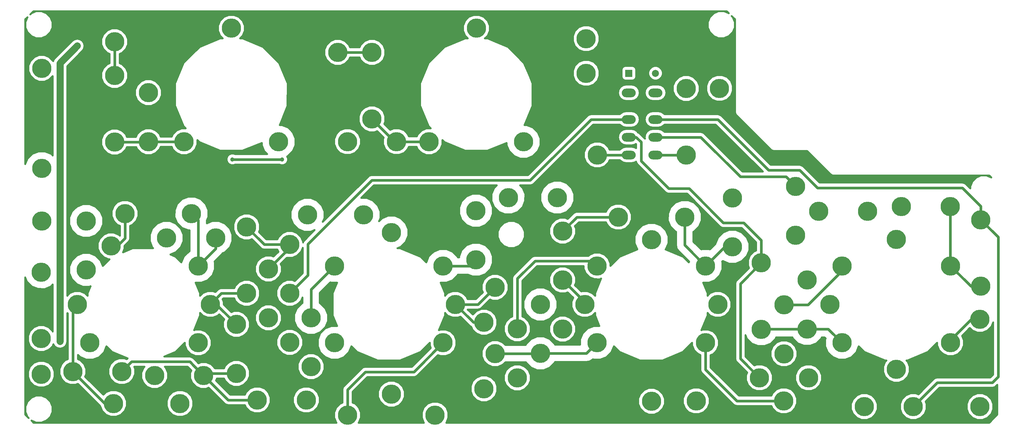
<source format=gbl>
G04 #@! TF.FileFunction,Copper,L2,Bot,Signal*
%FSLAX46Y46*%
G04 Gerber Fmt 4.6, Leading zero omitted, Abs format (unit mm)*
G04 Created by KiCad (PCBNEW 4.0.4+dfsg1-stable) date Tue Sep 27 18:50:27 2016*
%MOMM*%
%LPD*%
G01*
G04 APERTURE LIST*
%ADD10C,0.100000*%
%ADD11C,5.500000*%
%ADD12R,2.000000X2.000000*%
%ADD13C,2.000000*%
%ADD14O,4.000000X2.500000*%
%ADD15C,0.800000*%
%ADD16C,1.200000*%
%ADD17C,2.000000*%
%ADD18C,0.800000*%
%ADD19C,0.500000*%
G04 APERTURE END LIST*
D10*
D11*
X146685000Y-181849000D03*
X146685000Y-195849000D03*
X259969000Y-142240000D03*
X259969000Y-123240000D03*
X343916000Y-189249000D03*
X343916000Y-214249000D03*
X287836000Y-212598000D03*
X262836000Y-212598000D03*
X163214000Y-216662000D03*
X188214000Y-216662000D03*
X202184000Y-190144000D03*
X202184000Y-209144000D03*
X259563000Y-160020000D03*
X240563000Y-160020000D03*
X118593000Y-159004000D03*
X99593000Y-159004000D03*
X281432000Y-192126000D03*
X281432000Y-173126000D03*
X170180000Y-131928000D03*
X170180000Y-112928000D03*
X96647000Y-119532000D03*
X96647000Y-138532000D03*
X75692000Y-175793000D03*
X75692000Y-194793000D03*
X96316000Y-213360000D03*
X115316000Y-213360000D03*
X134366000Y-162839000D03*
X134366000Y-181839000D03*
X334391000Y-214249000D03*
X344170000Y-179807000D03*
X344170000Y-160807000D03*
X205359000Y-199111000D03*
X205359000Y-180111000D03*
X151766000Y-159385000D03*
X167766000Y-159385000D03*
X86000000Y-185000000D03*
X120500000Y-196000000D03*
X89500000Y-196000000D03*
X120500000Y-174000000D03*
X124000000Y-185000000D03*
X177180000Y-138430000D03*
X163180000Y-138430000D03*
X159500000Y-174000000D03*
X190500000Y-196000000D03*
X159500000Y-196000000D03*
X190500000Y-174000000D03*
X194000000Y-185000000D03*
X304500000Y-174000000D03*
X301000000Y-185000000D03*
X335500000Y-196000000D03*
X304500000Y-196000000D03*
X335500000Y-174000000D03*
X320040000Y-166381000D03*
X320040000Y-203581000D03*
X250063000Y-166525000D03*
X250063000Y-212725000D03*
X175742600Y-164465000D03*
X175742600Y-210665000D03*
D12*
X243586000Y-118872000D03*
D13*
X251206000Y-118872000D03*
D14*
X251206000Y-142240000D03*
X251206000Y-137160000D03*
X251206000Y-124460000D03*
X243586000Y-124460000D03*
X243586000Y-137160000D03*
X243586000Y-142240000D03*
X243586000Y-132080000D03*
X251206000Y-132080000D03*
D11*
X231394000Y-118872000D03*
X231394000Y-108966000D03*
X75819000Y-161163000D03*
X234569000Y-142240000D03*
X95631000Y-168275000D03*
X96647000Y-109855000D03*
X75819000Y-146050000D03*
X75819000Y-117475000D03*
X160401000Y-112903000D03*
X297800000Y-158369000D03*
X311800000Y-158369000D03*
X209154000Y-154432000D03*
X223154000Y-154432000D03*
X321407000Y-156972000D03*
X335407000Y-156972000D03*
X324866000Y-214249000D03*
X310866000Y-214249000D03*
X291211000Y-151242000D03*
X291211000Y-165242000D03*
X273177000Y-154544000D03*
X273177000Y-168544000D03*
X224663000Y-164054000D03*
X224663000Y-178054000D03*
X224663000Y-178039000D03*
X224663000Y-192039000D03*
X211709000Y-192009000D03*
X211709000Y-206009000D03*
X287909000Y-185136000D03*
X287909000Y-199136000D03*
X218313000Y-185024000D03*
X218313000Y-199024000D03*
X294513000Y-178024000D03*
X294513000Y-192024000D03*
X280909000Y-205994000D03*
X294909000Y-205994000D03*
X199898000Y-158212000D03*
X199898000Y-172212000D03*
X152781000Y-188834000D03*
X152781000Y-202834000D03*
X146685000Y-167849000D03*
X146685000Y-181849000D03*
X140589000Y-174864000D03*
X140589000Y-188864000D03*
X131445000Y-204739000D03*
X131445000Y-190739000D03*
X111491000Y-165989000D03*
X125491000Y-165989000D03*
X108062000Y-205359000D03*
X122062000Y-205359000D03*
X137399000Y-212344000D03*
X151399000Y-212344000D03*
X88519000Y-161133000D03*
X88519000Y-175133000D03*
X84694000Y-204216000D03*
X98694000Y-204216000D03*
X106299000Y-138445000D03*
X106299000Y-124445000D03*
X234500000Y-174000000D03*
X231000000Y-185000000D03*
X265500000Y-196000000D03*
X234500000Y-196000000D03*
X265500000Y-174000000D03*
X269000000Y-185000000D03*
X130000000Y-106000000D03*
X116500000Y-138500000D03*
X143500000Y-138500000D03*
X200000000Y-106000000D03*
X186500000Y-138500000D03*
X213500000Y-138500000D03*
X269494000Y-123190000D03*
X75692000Y-204978000D03*
D15*
X85982792Y-111062659D03*
X81031361Y-195612400D03*
D16*
X130302000Y-143510000D03*
X144526000Y-143510000D03*
D17*
X85582793Y-111462658D02*
X85982792Y-111062659D01*
X81031361Y-116014090D02*
X85582793Y-111462658D01*
X81031361Y-195612400D02*
X81031361Y-116014090D01*
D18*
X335500000Y-174000000D02*
X341307000Y-179807000D01*
X341307000Y-179807000D02*
X344170000Y-179807000D01*
X335407000Y-156972000D02*
X335407000Y-173907000D01*
X335407000Y-173907000D02*
X335500000Y-174000000D01*
X297453002Y-151638000D02*
X338890087Y-151638000D01*
X338890087Y-151638000D02*
X344170000Y-156917913D01*
X283468002Y-146558000D02*
X292373002Y-146558000D01*
X292373002Y-146558000D02*
X297453002Y-151638000D01*
X251206000Y-132080000D02*
X268990002Y-132080000D01*
X268990002Y-132080000D02*
X283468002Y-146558000D01*
X344170000Y-160807000D02*
X349120001Y-165757001D01*
X349120001Y-165757001D02*
X349120001Y-205710086D01*
X349120001Y-205710086D02*
X347439087Y-207391000D01*
X347439087Y-207391000D02*
X331724000Y-207391000D01*
X331724000Y-207391000D02*
X324866000Y-214249000D01*
X344170000Y-156917913D02*
X344170000Y-160807000D01*
X259563000Y-160020000D02*
X259563000Y-168063000D01*
X259563000Y-168063000D02*
X265500000Y-174000000D01*
X265500000Y-174000000D02*
X270956000Y-168544000D01*
X270956000Y-168544000D02*
X273177000Y-168544000D01*
X271897000Y-168544000D02*
X273177000Y-168544000D01*
X240563000Y-160020000D02*
X228697000Y-160020000D01*
X228697000Y-160020000D02*
X224663000Y-164054000D01*
X205359000Y-199111000D02*
X218226000Y-199111000D01*
X218226000Y-199111000D02*
X218313000Y-199024000D01*
X218313000Y-199024000D02*
X231476000Y-199024000D01*
X231476000Y-199024000D02*
X234500000Y-196000000D01*
X194000000Y-185000000D02*
X199144000Y-190144000D01*
X199144000Y-190144000D02*
X202184000Y-190144000D01*
X194000000Y-185000000D02*
X200470000Y-185000000D01*
X200470000Y-185000000D02*
X205359000Y-180111000D01*
X294513000Y-192024000D02*
X281534000Y-192024000D01*
X281534000Y-192024000D02*
X281432000Y-192126000D01*
X294513000Y-192024000D02*
X300524000Y-192024000D01*
X300524000Y-192024000D02*
X304500000Y-196000000D01*
X254996871Y-151872871D02*
X247073586Y-143949586D01*
X247073586Y-143949586D02*
X247073586Y-138542097D01*
X260789586Y-151872871D02*
X254996871Y-151872871D01*
X275448000Y-179110000D02*
X275448000Y-200533000D01*
X275448000Y-200533000D02*
X280909000Y-205994000D01*
X243586000Y-137160000D02*
X245691489Y-137160000D01*
X245691489Y-137160000D02*
X247073586Y-138542097D01*
X276410180Y-161671000D02*
X281432000Y-166692820D01*
X260789586Y-151872871D02*
X270587715Y-161671000D01*
X281432000Y-166692820D02*
X281432000Y-173126000D01*
X270587715Y-161671000D02*
X276410180Y-161671000D01*
X275448000Y-179110000D02*
X281432000Y-173126000D01*
X134366000Y-162839000D02*
X139376000Y-167849000D01*
X139376000Y-167849000D02*
X146685000Y-167849000D01*
X140589000Y-174864000D02*
X146685000Y-168768000D01*
X146685000Y-168768000D02*
X146685000Y-167849000D01*
X131445000Y-190739000D02*
X125706000Y-185000000D01*
X125706000Y-185000000D02*
X124000000Y-185000000D01*
X134366000Y-181839000D02*
X127161000Y-181839000D01*
X127161000Y-181839000D02*
X124000000Y-185000000D01*
X84694000Y-204216000D02*
X93838000Y-213360000D01*
X93838000Y-213360000D02*
X96316000Y-213360000D01*
X84694000Y-204216000D02*
X84694000Y-186306000D01*
X84694000Y-186306000D02*
X86000000Y-185000000D01*
X120500000Y-174000000D02*
X125491000Y-169009000D01*
X125491000Y-169009000D02*
X125491000Y-165989000D01*
X120500000Y-174000000D02*
X120500000Y-160911000D01*
X120500000Y-160911000D02*
X118593000Y-159004000D01*
X95631000Y-168275000D02*
X97373033Y-168275000D01*
X97373033Y-168275000D02*
X99593000Y-166055033D01*
X99593000Y-166055033D02*
X99593000Y-159004000D01*
X96647000Y-119532000D02*
X96647000Y-109855000D01*
X106299000Y-138445000D02*
X116445000Y-138445000D01*
X116445000Y-138445000D02*
X116500000Y-138500000D01*
X96647000Y-138532000D02*
X106212000Y-138532000D01*
X106212000Y-138532000D02*
X106299000Y-138445000D01*
X170180000Y-131928000D02*
X176682000Y-138430000D01*
X176682000Y-138430000D02*
X177180000Y-138430000D01*
X177180000Y-138430000D02*
X186430000Y-138430000D01*
X186430000Y-138430000D02*
X186500000Y-138500000D01*
X160401000Y-112903000D02*
X170155000Y-112903000D01*
X170155000Y-112903000D02*
X170180000Y-112928000D01*
X251206000Y-142240000D02*
X259969000Y-142240000D01*
X291211000Y-151242000D02*
X288461001Y-148492001D01*
X288461001Y-148492001D02*
X275456173Y-148492001D01*
X264124172Y-137160000D02*
X254006000Y-137160000D01*
X275456173Y-148492001D02*
X264124172Y-137160000D01*
X254006000Y-137160000D02*
X251206000Y-137160000D01*
X234569000Y-142240000D02*
X238458087Y-142240000D01*
X238458087Y-142240000D02*
X243586000Y-142240000D01*
X168021000Y-151588880D02*
X151844883Y-167764997D01*
X243586000Y-132080000D02*
X232791000Y-132080000D01*
X232791000Y-132080000D02*
X215389001Y-149481999D01*
X215389001Y-149481999D02*
X170127881Y-149481999D01*
X170127881Y-149481999D02*
X168021000Y-151588880D01*
X151844883Y-167764997D02*
X151844883Y-176689117D01*
X151844883Y-176689117D02*
X149434999Y-179099001D01*
X149434999Y-179099001D02*
X146685000Y-181849000D01*
X144526000Y-143510000D02*
X130302000Y-143510000D01*
X341757000Y-188961000D02*
X335500000Y-195218000D01*
X335500000Y-195218000D02*
X335500000Y-196000000D01*
X287836000Y-212598000D02*
X274447000Y-212598000D01*
X274447000Y-212598000D02*
X265500000Y-203651000D01*
X265500000Y-203651000D02*
X265500000Y-196000000D01*
X224663000Y-178039000D02*
X231000000Y-184376000D01*
X231000000Y-184376000D02*
X231000000Y-185000000D01*
X211709000Y-192009000D02*
X211709000Y-177629490D01*
X211709000Y-177629490D02*
X216754401Y-172584089D01*
X216754401Y-172584089D02*
X233084089Y-172584089D01*
X233084089Y-172584089D02*
X234500000Y-174000000D01*
X287909000Y-185136000D02*
X294727002Y-185136000D01*
X294727002Y-185136000D02*
X304500000Y-175363002D01*
X304500000Y-175363002D02*
X304500000Y-174000000D01*
X168275000Y-204343000D02*
X182157000Y-204343000D01*
X182157000Y-204343000D02*
X190500000Y-196000000D01*
X163214000Y-209404000D02*
X168275000Y-204343000D01*
X163214000Y-216662000D02*
X163214000Y-209404000D01*
X190500000Y-174000000D02*
X198110000Y-174000000D01*
X198110000Y-174000000D02*
X199898000Y-172212000D01*
X152781000Y-188834000D02*
X152781000Y-180719000D01*
X152781000Y-180719000D02*
X159500000Y-174000000D01*
X98694000Y-204216000D02*
X101501001Y-201408999D01*
X101501001Y-201408999D02*
X118111999Y-201408999D01*
X118111999Y-201408999D02*
X119312001Y-202609001D01*
X119312001Y-202609001D02*
X122062000Y-205359000D01*
X137399000Y-212344000D02*
X129047000Y-212344000D01*
X129047000Y-212344000D02*
X122062000Y-205359000D01*
X131445000Y-204739000D02*
X122682000Y-204739000D01*
X122682000Y-204739000D02*
X122062000Y-205359000D01*
D19*
G36*
X272181475Y-101737109D02*
X270769172Y-101150670D01*
X269237547Y-101149333D01*
X267821999Y-101734226D01*
X266738032Y-102816303D01*
X266150670Y-104230828D01*
X266149333Y-105762453D01*
X266734226Y-107178001D01*
X267816303Y-108261968D01*
X269230828Y-108849330D01*
X270762453Y-108850667D01*
X272178001Y-108265774D01*
X273261968Y-107183697D01*
X273849330Y-105769172D01*
X273850667Y-104237547D01*
X273265774Y-102821999D01*
X272927736Y-102483370D01*
X273900000Y-103455635D01*
X273900000Y-130000000D01*
X273983733Y-130420952D01*
X274095602Y-130588375D01*
X274222183Y-130777817D01*
X284222183Y-140777818D01*
X284579049Y-141016268D01*
X285000000Y-141100000D01*
X294544366Y-141100000D01*
X301222183Y-147777818D01*
X301401488Y-147897625D01*
X301579048Y-148016267D01*
X302000000Y-148100000D01*
X346544366Y-148100000D01*
X347181475Y-148737109D01*
X345769172Y-148150670D01*
X344237547Y-148149333D01*
X342821999Y-148734226D01*
X341738032Y-149816303D01*
X341150670Y-151230828D01*
X341150132Y-151847435D01*
X339915392Y-150612695D01*
X339444978Y-150298375D01*
X338890087Y-150188000D01*
X298053612Y-150188000D01*
X293398307Y-145532695D01*
X292927893Y-145218375D01*
X292373002Y-145108000D01*
X284068612Y-145108000D01*
X270015307Y-131054695D01*
X269544893Y-130740375D01*
X268990002Y-130630000D01*
X253759930Y-130630000D01*
X253642099Y-130453654D01*
X252895925Y-129955077D01*
X252015753Y-129780000D01*
X250396247Y-129780000D01*
X249516075Y-129955077D01*
X248769901Y-130453654D01*
X248271324Y-131199828D01*
X248096247Y-132080000D01*
X248271324Y-132960172D01*
X248769901Y-133706346D01*
X249516075Y-134204923D01*
X250396247Y-134380000D01*
X252015753Y-134380000D01*
X252895925Y-134204923D01*
X253642099Y-133706346D01*
X253759930Y-133530000D01*
X268389392Y-133530000D01*
X281901393Y-147042001D01*
X276056782Y-147042001D01*
X265149477Y-136134695D01*
X264679063Y-135820375D01*
X264124172Y-135710000D01*
X253759930Y-135710000D01*
X253642099Y-135533654D01*
X252895925Y-135035077D01*
X252015753Y-134860000D01*
X250396247Y-134860000D01*
X249516075Y-135035077D01*
X248769901Y-135533654D01*
X248271324Y-136279828D01*
X248096247Y-137160000D01*
X248196179Y-137662395D01*
X248098891Y-137516792D01*
X246716794Y-136134695D01*
X246246380Y-135820375D01*
X246208667Y-135812873D01*
X246022099Y-135533654D01*
X245275925Y-135035077D01*
X244395753Y-134860000D01*
X242776247Y-134860000D01*
X241896075Y-135035077D01*
X241149901Y-135533654D01*
X240651324Y-136279828D01*
X240476247Y-137160000D01*
X240651324Y-138040172D01*
X241149901Y-138786346D01*
X241896075Y-139284923D01*
X242776247Y-139460000D01*
X244395753Y-139460000D01*
X245275925Y-139284923D01*
X245569585Y-139088706D01*
X245623586Y-139142707D01*
X245623586Y-140347376D01*
X245275925Y-140115077D01*
X244395753Y-139940000D01*
X242776247Y-139940000D01*
X241896075Y-140115077D01*
X241149901Y-140613654D01*
X241032070Y-140790000D01*
X238081478Y-140790000D01*
X237792361Y-140090285D01*
X236724337Y-139020396D01*
X235328183Y-138440661D01*
X233816449Y-138439342D01*
X232419285Y-139016639D01*
X231349396Y-140084663D01*
X230769661Y-141480817D01*
X230768342Y-142992551D01*
X231345639Y-144389715D01*
X232413663Y-145459604D01*
X233809817Y-146039339D01*
X235321551Y-146040658D01*
X236718715Y-145463361D01*
X237788604Y-144395337D01*
X238081486Y-143690000D01*
X241032070Y-143690000D01*
X241149901Y-143866346D01*
X241896075Y-144364923D01*
X242776247Y-144540000D01*
X244395753Y-144540000D01*
X245275925Y-144364923D01*
X245655723Y-144111150D01*
X245733961Y-144504477D01*
X246048281Y-144974891D01*
X253971566Y-152898176D01*
X254441980Y-153212496D01*
X254996871Y-153322871D01*
X260188976Y-153322871D01*
X269562410Y-162696305D01*
X270032824Y-163010625D01*
X270587715Y-163121000D01*
X275809570Y-163121000D01*
X279982000Y-167293430D01*
X279982000Y-169613522D01*
X279282285Y-169902639D01*
X278212396Y-170970663D01*
X277632661Y-172366817D01*
X277631342Y-173878551D01*
X277922992Y-174584398D01*
X274422695Y-178084695D01*
X274108375Y-178555109D01*
X273998000Y-179110000D01*
X273998000Y-200533000D01*
X274108375Y-201087891D01*
X274422695Y-201558305D01*
X277399998Y-204535608D01*
X277109661Y-205234817D01*
X277108342Y-206746551D01*
X277685639Y-208143715D01*
X278753663Y-209213604D01*
X280149817Y-209793339D01*
X281661551Y-209794658D01*
X283058715Y-209217361D01*
X284128604Y-208149337D01*
X284708339Y-206753183D01*
X284708344Y-206746551D01*
X291108342Y-206746551D01*
X291685639Y-208143715D01*
X292753663Y-209213604D01*
X294149817Y-209793339D01*
X295661551Y-209794658D01*
X297058715Y-209217361D01*
X298128604Y-208149337D01*
X298708339Y-206753183D01*
X298709658Y-205241449D01*
X298132361Y-203844285D01*
X297064337Y-202774396D01*
X295668183Y-202194661D01*
X294156449Y-202193342D01*
X292759285Y-202770639D01*
X291689396Y-203838663D01*
X291109661Y-205234817D01*
X291108342Y-206746551D01*
X284708344Y-206746551D01*
X284709658Y-205241449D01*
X284132361Y-203844285D01*
X283064337Y-202774396D01*
X281668183Y-202194661D01*
X280156449Y-202193342D01*
X279450602Y-202484992D01*
X276898000Y-199932390D01*
X276898000Y-199888551D01*
X284108342Y-199888551D01*
X284685639Y-201285715D01*
X285753663Y-202355604D01*
X287149817Y-202935339D01*
X288661551Y-202936658D01*
X290058715Y-202359361D01*
X291128604Y-201291337D01*
X291708339Y-199895183D01*
X291709658Y-198383449D01*
X291132361Y-196986285D01*
X290064337Y-195916396D01*
X288668183Y-195336661D01*
X287156449Y-195335342D01*
X285759285Y-195912639D01*
X284689396Y-196980663D01*
X284109661Y-198376817D01*
X284108342Y-199888551D01*
X276898000Y-199888551D01*
X276898000Y-193722373D01*
X277360385Y-194841430D01*
X278709468Y-196192870D01*
X280473032Y-196925165D01*
X282382590Y-196926832D01*
X284147430Y-196197615D01*
X285498870Y-194848532D01*
X285654389Y-194474000D01*
X290331712Y-194474000D01*
X290441385Y-194739430D01*
X291790468Y-196090870D01*
X293554032Y-196823165D01*
X295463590Y-196824832D01*
X297228430Y-196095615D01*
X298579870Y-194746532D01*
X298693035Y-194474000D01*
X299509176Y-194474000D01*
X299810971Y-194775795D01*
X299700835Y-195041032D01*
X299699168Y-196950590D01*
X300428385Y-198715430D01*
X301777468Y-200066870D01*
X303541032Y-200799165D01*
X305450590Y-200800832D01*
X307215430Y-200071615D01*
X308566870Y-198722532D01*
X309287592Y-196986840D01*
X310896535Y-198598594D01*
X316793451Y-201047208D01*
X317199157Y-201047562D01*
X316820396Y-201425663D01*
X316240661Y-202821817D01*
X316239342Y-204333551D01*
X316816639Y-205730715D01*
X317884663Y-206800604D01*
X319280817Y-207380339D01*
X320792551Y-207381658D01*
X322189715Y-206804361D01*
X323259604Y-205736337D01*
X323839339Y-204340183D01*
X323840658Y-202828449D01*
X323263361Y-201431285D01*
X322885260Y-201052524D01*
X323178536Y-201052780D01*
X329079717Y-198614462D01*
X331700000Y-195998749D01*
X331699342Y-196752551D01*
X332276639Y-198149715D01*
X333344663Y-199219604D01*
X334740817Y-199799339D01*
X336252551Y-199800658D01*
X337649715Y-199223361D01*
X338719604Y-198155337D01*
X339299339Y-196759183D01*
X339300658Y-195247449D01*
X338780365Y-193988245D01*
X341030972Y-191737638D01*
X341760663Y-192468604D01*
X343156817Y-193048339D01*
X344668551Y-193049658D01*
X346065715Y-192472361D01*
X347135604Y-191404337D01*
X347670001Y-190117369D01*
X347670001Y-205109476D01*
X346838477Y-205941000D01*
X331724005Y-205941000D01*
X331724000Y-205940999D01*
X331261172Y-206033062D01*
X331169109Y-206051375D01*
X330698695Y-206365695D01*
X326324392Y-210739998D01*
X325625183Y-210449661D01*
X324113449Y-210448342D01*
X322716285Y-211025639D01*
X321646396Y-212093663D01*
X321066661Y-213489817D01*
X321065342Y-215001551D01*
X321642639Y-216398715D01*
X322710663Y-217468604D01*
X324106817Y-218048339D01*
X325618551Y-218049658D01*
X327015715Y-217472361D01*
X328085604Y-216404337D01*
X328665339Y-215008183D01*
X328665344Y-215001551D01*
X340115342Y-215001551D01*
X340692639Y-216398715D01*
X341760663Y-217468604D01*
X343156817Y-218048339D01*
X344668551Y-218049658D01*
X346065715Y-217472361D01*
X347135604Y-216404337D01*
X347715339Y-215008183D01*
X347716658Y-213496449D01*
X347139361Y-212099285D01*
X346071337Y-211029396D01*
X344675183Y-210449661D01*
X343163449Y-210448342D01*
X341766285Y-211025639D01*
X340696396Y-212093663D01*
X340116661Y-213489817D01*
X340115342Y-215001551D01*
X328665344Y-215001551D01*
X328666658Y-213496449D01*
X328375008Y-212790602D01*
X332324610Y-208841000D01*
X347439087Y-208841000D01*
X347993978Y-208730625D01*
X348464392Y-208416305D01*
X348900000Y-207980697D01*
X348900000Y-216544365D01*
X346544366Y-218900000D01*
X191350797Y-218900000D01*
X191433604Y-218817337D01*
X192013339Y-217421183D01*
X192014658Y-215909449D01*
X191437361Y-214512285D01*
X190404431Y-213477551D01*
X246262342Y-213477551D01*
X246839639Y-214874715D01*
X247907663Y-215944604D01*
X249303817Y-216524339D01*
X250815551Y-216525658D01*
X252212715Y-215948361D01*
X253282604Y-214880337D01*
X253862339Y-213484183D01*
X253862455Y-213350551D01*
X259035342Y-213350551D01*
X259612639Y-214747715D01*
X260680663Y-215817604D01*
X262076817Y-216397339D01*
X263588551Y-216398658D01*
X264985715Y-215821361D01*
X266055604Y-214753337D01*
X266635339Y-213357183D01*
X266636658Y-211845449D01*
X266059361Y-210448285D01*
X264991337Y-209378396D01*
X263595183Y-208798661D01*
X262083449Y-208797342D01*
X260686285Y-209374639D01*
X259616396Y-210442663D01*
X259036661Y-211838817D01*
X259035342Y-213350551D01*
X253862455Y-213350551D01*
X253863658Y-211972449D01*
X253286361Y-210575285D01*
X252218337Y-209505396D01*
X250822183Y-208925661D01*
X249310449Y-208924342D01*
X247913285Y-209501639D01*
X246843396Y-210569663D01*
X246263661Y-211965817D01*
X246262342Y-213477551D01*
X190404431Y-213477551D01*
X190369337Y-213442396D01*
X188973183Y-212862661D01*
X187461449Y-212861342D01*
X186064285Y-213438639D01*
X184994396Y-214506663D01*
X184414661Y-215902817D01*
X184413342Y-217414551D01*
X184990639Y-218811715D01*
X185078770Y-218900000D01*
X166350797Y-218900000D01*
X166433604Y-218817337D01*
X167013339Y-217421183D01*
X167014658Y-215909449D01*
X166437361Y-214512285D01*
X165369337Y-213442396D01*
X164664000Y-213149514D01*
X164664000Y-211417551D01*
X171941942Y-211417551D01*
X172519239Y-212814715D01*
X173587263Y-213884604D01*
X174983417Y-214464339D01*
X176495151Y-214465658D01*
X177892315Y-213888361D01*
X178962204Y-212820337D01*
X179541939Y-211424183D01*
X179543258Y-209912449D01*
X179536690Y-209896551D01*
X198383342Y-209896551D01*
X198960639Y-211293715D01*
X200028663Y-212363604D01*
X201424817Y-212943339D01*
X202936551Y-212944658D01*
X204333715Y-212367361D01*
X205403604Y-211299337D01*
X205983339Y-209903183D01*
X205984658Y-208391449D01*
X205407361Y-206994285D01*
X205175033Y-206761551D01*
X207908342Y-206761551D01*
X208485639Y-208158715D01*
X209553663Y-209228604D01*
X210949817Y-209808339D01*
X212461551Y-209809658D01*
X213858715Y-209232361D01*
X214928604Y-208164337D01*
X215508339Y-206768183D01*
X215509658Y-205256449D01*
X214932361Y-203859285D01*
X213864337Y-202789396D01*
X212468183Y-202209661D01*
X210956449Y-202208342D01*
X209559285Y-202785639D01*
X208489396Y-203853663D01*
X207909661Y-205249817D01*
X207908342Y-206761551D01*
X205175033Y-206761551D01*
X204339337Y-205924396D01*
X202943183Y-205344661D01*
X201431449Y-205343342D01*
X200034285Y-205920639D01*
X198964396Y-206988663D01*
X198384661Y-208384817D01*
X198383342Y-209896551D01*
X179536690Y-209896551D01*
X178965961Y-208515285D01*
X177897937Y-207445396D01*
X176501783Y-206865661D01*
X174990049Y-206864342D01*
X173592885Y-207441639D01*
X172522996Y-208509663D01*
X171943261Y-209905817D01*
X171941942Y-211417551D01*
X164664000Y-211417551D01*
X164664000Y-210004610D01*
X168875610Y-205793000D01*
X182157000Y-205793000D01*
X182711891Y-205682625D01*
X183182305Y-205368305D01*
X188687059Y-199863551D01*
X201558342Y-199863551D01*
X202135639Y-201260715D01*
X203203663Y-202330604D01*
X204599817Y-202910339D01*
X206111551Y-202911658D01*
X207508715Y-202334361D01*
X208283426Y-201561000D01*
X214167659Y-201561000D01*
X214241385Y-201739430D01*
X215590468Y-203090870D01*
X217354032Y-203823165D01*
X219263590Y-203824832D01*
X221028430Y-203095615D01*
X222379870Y-201746532D01*
X222493035Y-201474000D01*
X231475995Y-201474000D01*
X231476000Y-201474001D01*
X232413575Y-201287505D01*
X233208412Y-200756412D01*
X233275795Y-200689029D01*
X233541032Y-200799165D01*
X235450590Y-200800832D01*
X237215430Y-200071615D01*
X238566870Y-198722532D01*
X239287592Y-196986840D01*
X240896535Y-198598594D01*
X246793451Y-201047208D01*
X253178536Y-201052780D01*
X259079717Y-198614462D01*
X261700000Y-195998749D01*
X261699342Y-196752551D01*
X262276639Y-198149715D01*
X263344663Y-199219604D01*
X264050000Y-199512486D01*
X264050000Y-203651000D01*
X264160375Y-204205891D01*
X264474695Y-204676305D01*
X273421695Y-213623305D01*
X273892109Y-213937625D01*
X274447000Y-214048000D01*
X284323522Y-214048000D01*
X284612639Y-214747715D01*
X285680663Y-215817604D01*
X287076817Y-216397339D01*
X288588551Y-216398658D01*
X289985715Y-215821361D01*
X290806956Y-215001551D01*
X307065342Y-215001551D01*
X307642639Y-216398715D01*
X308710663Y-217468604D01*
X310106817Y-218048339D01*
X311618551Y-218049658D01*
X313015715Y-217472361D01*
X314085604Y-216404337D01*
X314665339Y-215008183D01*
X314666658Y-213496449D01*
X314089361Y-212099285D01*
X313021337Y-211029396D01*
X311625183Y-210449661D01*
X310113449Y-210448342D01*
X308716285Y-211025639D01*
X307646396Y-212093663D01*
X307066661Y-213489817D01*
X307065342Y-215001551D01*
X290806956Y-215001551D01*
X291055604Y-214753337D01*
X291635339Y-213357183D01*
X291636658Y-211845449D01*
X291059361Y-210448285D01*
X289991337Y-209378396D01*
X288595183Y-208798661D01*
X287083449Y-208797342D01*
X285686285Y-209374639D01*
X284616396Y-210442663D01*
X284323514Y-211148000D01*
X275047610Y-211148000D01*
X266950000Y-203050390D01*
X266950000Y-199512478D01*
X267649715Y-199223361D01*
X268719604Y-198155337D01*
X269299339Y-196759183D01*
X269300658Y-195247449D01*
X268723361Y-193850285D01*
X267655337Y-192780396D01*
X266259183Y-192200661D01*
X264747449Y-192199342D01*
X264315071Y-192377997D01*
X266047208Y-188206549D01*
X266047893Y-187421443D01*
X266844663Y-188219604D01*
X268240817Y-188799339D01*
X269752551Y-188800658D01*
X271149715Y-188223361D01*
X272219604Y-187155337D01*
X272799339Y-185759183D01*
X272800658Y-184247449D01*
X272223361Y-182850285D01*
X271155337Y-181780396D01*
X269759183Y-181200661D01*
X268247449Y-181199342D01*
X266850285Y-181776639D01*
X266052124Y-182573409D01*
X266052780Y-181821464D01*
X264804087Y-178799395D01*
X266450590Y-178800832D01*
X268215430Y-178071615D01*
X269566870Y-176722532D01*
X270299165Y-174958968D01*
X270300832Y-173049410D01*
X270188143Y-172776681D01*
X270404255Y-172560569D01*
X270454468Y-172610870D01*
X272218032Y-173343165D01*
X274127590Y-173344832D01*
X275892430Y-172615615D01*
X277243870Y-171266532D01*
X277976165Y-169502968D01*
X277977832Y-167593410D01*
X277248615Y-165828570D01*
X275899532Y-164477130D01*
X274135968Y-163744835D01*
X272226410Y-163743168D01*
X270461570Y-164472385D01*
X269110130Y-165821468D01*
X268377835Y-167585032D01*
X268377772Y-167657405D01*
X266724205Y-169310971D01*
X266458968Y-169200835D01*
X264549410Y-169199168D01*
X264276681Y-169311857D01*
X262013000Y-167048176D01*
X262013000Y-164201288D01*
X262278430Y-164091615D01*
X263629870Y-162742532D01*
X264362165Y-160978968D01*
X264363832Y-159069410D01*
X263634615Y-157304570D01*
X262285532Y-155953130D01*
X260521968Y-155220835D01*
X258612410Y-155219168D01*
X256847570Y-155948385D01*
X255496130Y-157297468D01*
X254763835Y-159061032D01*
X254762168Y-160970590D01*
X255491385Y-162735430D01*
X256840468Y-164086870D01*
X257113000Y-164200035D01*
X257113000Y-168062995D01*
X257112999Y-168063000D01*
X257299495Y-169000575D01*
X257830588Y-169795412D01*
X260810971Y-172775795D01*
X260712408Y-173013160D01*
X259103465Y-171401406D01*
X254067148Y-169310144D01*
X254129870Y-169247532D01*
X254862165Y-167483968D01*
X254863832Y-165574410D01*
X254134615Y-163809570D01*
X252785532Y-162458130D01*
X251021968Y-161725835D01*
X249112410Y-161724168D01*
X247347570Y-162453385D01*
X245996130Y-163802468D01*
X245263835Y-165566032D01*
X245262168Y-167475590D01*
X245991385Y-169240430D01*
X246026561Y-169275667D01*
X240920283Y-171385538D01*
X238300000Y-174001251D01*
X238300658Y-173247449D01*
X237723361Y-171850285D01*
X236655337Y-170780396D01*
X235259183Y-170200661D01*
X233747449Y-170199342D01*
X232350285Y-170776639D01*
X231992211Y-171134089D01*
X216754406Y-171134089D01*
X216754401Y-171134088D01*
X216291573Y-171226151D01*
X216199510Y-171244464D01*
X215729096Y-171558784D01*
X215729094Y-171558787D01*
X210683695Y-176604185D01*
X210369375Y-177074599D01*
X210259000Y-177629490D01*
X210259000Y-188496522D01*
X209559285Y-188785639D01*
X208489396Y-189853663D01*
X207909661Y-191249817D01*
X207908342Y-192761551D01*
X208485639Y-194158715D01*
X209553663Y-195228604D01*
X210949817Y-195808339D01*
X212461551Y-195809658D01*
X213858715Y-195232361D01*
X214928604Y-194164337D01*
X215498635Y-192791551D01*
X220862342Y-192791551D01*
X221439639Y-194188715D01*
X222507663Y-195258604D01*
X223903817Y-195838339D01*
X225415551Y-195839658D01*
X226812715Y-195262361D01*
X227882604Y-194194337D01*
X228462339Y-192798183D01*
X228463658Y-191286449D01*
X227886361Y-189889285D01*
X226818337Y-188819396D01*
X225422183Y-188239661D01*
X223910449Y-188238342D01*
X222513285Y-188815639D01*
X221443396Y-189883663D01*
X220863661Y-191279817D01*
X220862342Y-192791551D01*
X215498635Y-192791551D01*
X215508339Y-192768183D01*
X215509658Y-191256449D01*
X214932361Y-189859285D01*
X213864337Y-188789396D01*
X213159000Y-188496514D01*
X213159000Y-185974590D01*
X213512168Y-185974590D01*
X214241385Y-187739430D01*
X215590468Y-189090870D01*
X217354032Y-189823165D01*
X219263590Y-189824832D01*
X221028430Y-189095615D01*
X222379870Y-187746532D01*
X223112165Y-185982968D01*
X223113832Y-184073410D01*
X222384615Y-182308570D01*
X221035532Y-180957130D01*
X219271968Y-180224835D01*
X217362410Y-180223168D01*
X215597570Y-180952385D01*
X214246130Y-182301468D01*
X213513835Y-184065032D01*
X213512168Y-185974590D01*
X213159000Y-185974590D01*
X213159000Y-178230100D01*
X217355010Y-174034089D01*
X230699969Y-174034089D01*
X230699342Y-174752551D01*
X231276639Y-176149715D01*
X232344663Y-177219604D01*
X233740817Y-177799339D01*
X235252551Y-177800658D01*
X235684929Y-177622003D01*
X233952792Y-181793451D01*
X233952107Y-182578557D01*
X233155337Y-181780396D01*
X231759183Y-181200661D01*
X230247449Y-181199342D01*
X229983156Y-181308546D01*
X228176403Y-179501793D01*
X228462339Y-178813183D01*
X228463658Y-177301449D01*
X228463645Y-177301417D01*
X228463658Y-177286449D01*
X227886361Y-175889285D01*
X226818337Y-174819396D01*
X225422183Y-174239661D01*
X223910449Y-174238342D01*
X222513285Y-174815639D01*
X221443396Y-175883663D01*
X220863661Y-177279817D01*
X220862342Y-178791551D01*
X220862355Y-178791583D01*
X220862342Y-178806551D01*
X221439639Y-180203715D01*
X222507663Y-181273604D01*
X223903817Y-181853339D01*
X225415551Y-181854658D01*
X226132012Y-181558622D01*
X227674083Y-183100693D01*
X227200661Y-184240817D01*
X227199342Y-185752551D01*
X227776639Y-187149715D01*
X228844663Y-188219604D01*
X230240817Y-188799339D01*
X231752551Y-188800658D01*
X233149715Y-188223361D01*
X233947876Y-187426591D01*
X233947220Y-188178536D01*
X235195913Y-191200605D01*
X233549410Y-191199168D01*
X231784570Y-191928385D01*
X230433130Y-193277468D01*
X229700835Y-195041032D01*
X229699497Y-196574000D01*
X222494288Y-196574000D01*
X222384615Y-196308570D01*
X221035532Y-194957130D01*
X219271968Y-194224835D01*
X217362410Y-194223168D01*
X215597570Y-194952385D01*
X214246130Y-196301468D01*
X214096839Y-196661000D01*
X208282599Y-196661000D01*
X207514337Y-195891396D01*
X206118183Y-195311661D01*
X204606449Y-195310342D01*
X203209285Y-195887639D01*
X202139396Y-196955663D01*
X201559661Y-198351817D01*
X201558342Y-199863551D01*
X188687059Y-199863551D01*
X189041608Y-199509002D01*
X189740817Y-199799339D01*
X191252551Y-199800658D01*
X192649715Y-199223361D01*
X193719604Y-198155337D01*
X194299339Y-196759183D01*
X194300658Y-195247449D01*
X193723361Y-193850285D01*
X192655337Y-192780396D01*
X191259183Y-192200661D01*
X189747449Y-192199342D01*
X189315071Y-192377997D01*
X191047208Y-188206549D01*
X191047893Y-187421443D01*
X191844663Y-188219604D01*
X193240817Y-188799339D01*
X194752551Y-188800658D01*
X195458398Y-188509008D01*
X198118695Y-191169305D01*
X198589109Y-191483625D01*
X198628956Y-191491551D01*
X198629212Y-191491602D01*
X198960639Y-192293715D01*
X200028663Y-193363604D01*
X201424817Y-193943339D01*
X202936551Y-193944658D01*
X204333715Y-193367361D01*
X205403604Y-192299337D01*
X205983339Y-190903183D01*
X205984658Y-189391449D01*
X205407361Y-187994285D01*
X204339337Y-186924396D01*
X202943183Y-186344661D01*
X201431449Y-186343342D01*
X200034285Y-186920639D01*
X199001867Y-187951257D01*
X197509002Y-186458392D01*
X197512486Y-186450000D01*
X200470000Y-186450000D01*
X201024891Y-186339625D01*
X201495305Y-186025305D01*
X203900608Y-183620002D01*
X204599817Y-183910339D01*
X206111551Y-183911658D01*
X207508715Y-183334361D01*
X208578604Y-182266337D01*
X209158339Y-180870183D01*
X209159658Y-179358449D01*
X208582361Y-177961285D01*
X207514337Y-176891396D01*
X206118183Y-176311661D01*
X204606449Y-176310342D01*
X203209285Y-176887639D01*
X202139396Y-177955663D01*
X201559661Y-179351817D01*
X201558342Y-180863551D01*
X201849992Y-181569398D01*
X199869390Y-183550000D01*
X197512478Y-183550000D01*
X197223361Y-182850285D01*
X196155337Y-181780396D01*
X194759183Y-181200661D01*
X193247449Y-181199342D01*
X191850285Y-181776639D01*
X191052124Y-182573409D01*
X191052780Y-181821464D01*
X189804087Y-178799395D01*
X191450590Y-178800832D01*
X193215430Y-178071615D01*
X194566870Y-176722532D01*
X194680035Y-176450000D01*
X197587595Y-176450000D01*
X198939032Y-177011165D01*
X200848590Y-177012832D01*
X202613430Y-176283615D01*
X203964870Y-174934532D01*
X204697165Y-173170968D01*
X204698832Y-171261410D01*
X203969615Y-169496570D01*
X202620532Y-168145130D01*
X200856968Y-167412835D01*
X198947410Y-167411168D01*
X197182570Y-168140385D01*
X195831130Y-169489468D01*
X195098835Y-171253032D01*
X195098576Y-171550000D01*
X194681288Y-171550000D01*
X194571615Y-171284570D01*
X193222532Y-169933130D01*
X191458968Y-169200835D01*
X189549410Y-169199168D01*
X187784570Y-169928385D01*
X186433130Y-171277468D01*
X185712408Y-173013160D01*
X184103465Y-171401406D01*
X178206549Y-168952792D01*
X177452397Y-168952134D01*
X178458030Y-168536615D01*
X179809470Y-167187532D01*
X180401213Y-165762453D01*
X206149333Y-165762453D01*
X206734226Y-167178001D01*
X207816303Y-168261968D01*
X209230828Y-168849330D01*
X210762453Y-168850667D01*
X212178001Y-168265774D01*
X213261968Y-167183697D01*
X213849330Y-165769172D01*
X213850170Y-164806551D01*
X220862342Y-164806551D01*
X221439639Y-166203715D01*
X222507663Y-167273604D01*
X223903817Y-167853339D01*
X225415551Y-167854658D01*
X226812715Y-167277361D01*
X227882604Y-166209337D01*
X228462339Y-164813183D01*
X228463658Y-163301449D01*
X228172008Y-162595602D01*
X229297609Y-161470000D01*
X237050522Y-161470000D01*
X237339639Y-162169715D01*
X238407663Y-163239604D01*
X239803817Y-163819339D01*
X241315551Y-163820658D01*
X242712715Y-163243361D01*
X243782604Y-162175337D01*
X244362339Y-160779183D01*
X244363658Y-159267449D01*
X243786361Y-157870285D01*
X242718337Y-156800396D01*
X241322183Y-156220661D01*
X239810449Y-156219342D01*
X238413285Y-156796639D01*
X237343396Y-157864663D01*
X237050514Y-158570000D01*
X228697005Y-158570000D01*
X228697000Y-158569999D01*
X228258190Y-158657285D01*
X228142109Y-158680375D01*
X227671695Y-158994695D01*
X227671693Y-158994698D01*
X226121392Y-160544999D01*
X225422183Y-160254661D01*
X223910449Y-160253342D01*
X222513285Y-160830639D01*
X221443396Y-161898663D01*
X220863661Y-163294817D01*
X220862342Y-164806551D01*
X213850170Y-164806551D01*
X213850667Y-164237547D01*
X213265774Y-162821999D01*
X212183697Y-161738032D01*
X210769172Y-161150670D01*
X209237547Y-161149333D01*
X207821999Y-161734226D01*
X206738032Y-162816303D01*
X206150670Y-164230828D01*
X206149333Y-165762453D01*
X180401213Y-165762453D01*
X180541765Y-165423968D01*
X180543432Y-163514410D01*
X179814215Y-161749570D01*
X178465132Y-160398130D01*
X176701568Y-159665835D01*
X174792010Y-159664168D01*
X173027170Y-160393385D01*
X172203029Y-161216088D01*
X172565165Y-160343968D01*
X172566196Y-159162590D01*
X195097168Y-159162590D01*
X195826385Y-160927430D01*
X197175468Y-162278870D01*
X198939032Y-163011165D01*
X200848590Y-163012832D01*
X202613430Y-162283615D01*
X203964870Y-160934532D01*
X204697165Y-159170968D01*
X204698832Y-157261410D01*
X203969615Y-155496570D01*
X202620532Y-154145130D01*
X200856968Y-153412835D01*
X198947410Y-153411168D01*
X197182570Y-154140385D01*
X195831130Y-155489468D01*
X195098835Y-157253032D01*
X195097168Y-159162590D01*
X172566196Y-159162590D01*
X172566832Y-158434410D01*
X171837615Y-156669570D01*
X170488532Y-155318130D01*
X168724968Y-154585835D01*
X167076094Y-154584396D01*
X170728491Y-150931999D01*
X205865957Y-150931999D01*
X205087130Y-151709468D01*
X204354835Y-153473032D01*
X204353168Y-155382590D01*
X205082385Y-157147430D01*
X206431468Y-158498870D01*
X208195032Y-159231165D01*
X210104590Y-159232832D01*
X211869430Y-158503615D01*
X213220870Y-157154532D01*
X213953165Y-155390968D01*
X213953172Y-155382590D01*
X218353168Y-155382590D01*
X219082385Y-157147430D01*
X220431468Y-158498870D01*
X222195032Y-159231165D01*
X224104590Y-159232832D01*
X225869430Y-158503615D01*
X227220870Y-157154532D01*
X227953165Y-155390968D01*
X227954832Y-153481410D01*
X227225615Y-151716570D01*
X225876532Y-150365130D01*
X224112968Y-149632835D01*
X222203410Y-149631168D01*
X220438570Y-150360385D01*
X219087130Y-151709468D01*
X218354835Y-153473032D01*
X218353168Y-155382590D01*
X213953172Y-155382590D01*
X213954832Y-153481410D01*
X213225615Y-151716570D01*
X212442412Y-150931999D01*
X215389001Y-150931999D01*
X215943892Y-150821624D01*
X216414306Y-150507304D01*
X233391610Y-133530000D01*
X241032070Y-133530000D01*
X241149901Y-133706346D01*
X241896075Y-134204923D01*
X242776247Y-134380000D01*
X244395753Y-134380000D01*
X245275925Y-134204923D01*
X246022099Y-133706346D01*
X246520676Y-132960172D01*
X246695753Y-132080000D01*
X246520676Y-131199828D01*
X246022099Y-130453654D01*
X245275925Y-129955077D01*
X244395753Y-129780000D01*
X242776247Y-129780000D01*
X241896075Y-129955077D01*
X241149901Y-130453654D01*
X241032070Y-130630000D01*
X232791000Y-130630000D01*
X232236109Y-130740375D01*
X231765695Y-131054695D01*
X214788391Y-148031999D01*
X170127881Y-148031999D01*
X169572990Y-148142374D01*
X169102576Y-148456694D01*
X156103508Y-161455762D01*
X156565165Y-160343968D01*
X156566832Y-158434410D01*
X155837615Y-156669570D01*
X154488532Y-155318130D01*
X152724968Y-154585835D01*
X150815410Y-154584168D01*
X149050570Y-155313385D01*
X147699130Y-156662468D01*
X146966835Y-158426032D01*
X146965168Y-160335590D01*
X147694385Y-162100430D01*
X149043468Y-163451870D01*
X150807032Y-164184165D01*
X152716590Y-164185832D01*
X153835947Y-163723323D01*
X150819578Y-166739692D01*
X150505258Y-167210106D01*
X150485472Y-167309576D01*
X150485658Y-167096449D01*
X149908361Y-165699285D01*
X148840337Y-164629396D01*
X147444183Y-164049661D01*
X145932449Y-164048342D01*
X144535285Y-164625639D01*
X143465396Y-165693663D01*
X143172514Y-166399000D01*
X139976610Y-166399000D01*
X137875002Y-164297392D01*
X138165339Y-163598183D01*
X138166658Y-162086449D01*
X137589361Y-160689285D01*
X136521337Y-159619396D01*
X135125183Y-159039661D01*
X133613449Y-159038342D01*
X132216285Y-159615639D01*
X131146396Y-160683663D01*
X130566661Y-162079817D01*
X130565342Y-163591551D01*
X131142639Y-164988715D01*
X132210663Y-166058604D01*
X133606817Y-166638339D01*
X135118551Y-166639658D01*
X135824398Y-166348008D01*
X138350695Y-168874305D01*
X138821109Y-169188625D01*
X139376000Y-169299000D01*
X143172522Y-169299000D01*
X143444691Y-169957699D01*
X142047392Y-171354998D01*
X141348183Y-171064661D01*
X139836449Y-171063342D01*
X138439285Y-171640639D01*
X137369396Y-172708663D01*
X136789661Y-174104817D01*
X136788342Y-175616551D01*
X137365639Y-177013715D01*
X138433663Y-178083604D01*
X139829817Y-178663339D01*
X141341551Y-178664658D01*
X142738715Y-178087361D01*
X143808604Y-177019337D01*
X144388339Y-175623183D01*
X144389658Y-174111449D01*
X144098008Y-173405602D01*
X145875970Y-171627640D01*
X145925817Y-171648339D01*
X147437551Y-171649658D01*
X148834715Y-171072361D01*
X149904604Y-170004337D01*
X150394883Y-168823617D01*
X150394883Y-176088507D01*
X148143392Y-178339998D01*
X147444183Y-178049661D01*
X145932449Y-178048342D01*
X144535285Y-178625639D01*
X143465396Y-179693663D01*
X142885661Y-181089817D01*
X142884342Y-182601551D01*
X143461639Y-183998715D01*
X144529663Y-185068604D01*
X145925817Y-185648339D01*
X147437551Y-185649658D01*
X148834715Y-185072361D01*
X149904604Y-184004337D01*
X150331000Y-182977464D01*
X150331000Y-184652712D01*
X150065570Y-184762385D01*
X148714130Y-186111468D01*
X147981835Y-187875032D01*
X147980168Y-189784590D01*
X148709385Y-191549430D01*
X150058468Y-192900870D01*
X151822032Y-193633165D01*
X153731590Y-193634832D01*
X155496430Y-192905615D01*
X156847870Y-191556532D01*
X157580165Y-189792968D01*
X157581832Y-187883410D01*
X156852615Y-186118570D01*
X155503532Y-184767130D01*
X155231000Y-184653965D01*
X155231000Y-181733824D01*
X158275795Y-178689029D01*
X158541032Y-178799165D01*
X160195529Y-178800609D01*
X158952792Y-181793451D01*
X158947220Y-188178536D01*
X160195913Y-191200605D01*
X158549410Y-191199168D01*
X156784570Y-191928385D01*
X155433130Y-193277468D01*
X154700835Y-195041032D01*
X154699168Y-196950590D01*
X155428385Y-198715430D01*
X156777468Y-200066870D01*
X158541032Y-200799165D01*
X160450590Y-200800832D01*
X162215430Y-200071615D01*
X163566870Y-198722532D01*
X164287592Y-196986840D01*
X165896535Y-198598594D01*
X171793451Y-201047208D01*
X178178536Y-201052780D01*
X184079717Y-198614462D01*
X186700000Y-195998749D01*
X186699342Y-196752551D01*
X186990992Y-197458398D01*
X181556390Y-202893000D01*
X168275000Y-202893000D01*
X167720109Y-203003375D01*
X167249695Y-203317695D01*
X162188695Y-208378695D01*
X161874375Y-208849109D01*
X161764000Y-209404000D01*
X161764000Y-213149522D01*
X161064285Y-213438639D01*
X159994396Y-214506663D01*
X159414661Y-215902817D01*
X159413342Y-217414551D01*
X159990639Y-218811715D01*
X160078770Y-218900000D01*
X73455635Y-218900000D01*
X72818526Y-218262891D01*
X74230828Y-218849330D01*
X75762453Y-218850667D01*
X77178001Y-218265774D01*
X78261968Y-217183697D01*
X78849330Y-215769172D01*
X78850667Y-214237547D01*
X78265774Y-212821999D01*
X77183697Y-211738032D01*
X75769172Y-211150670D01*
X74237547Y-211149333D01*
X72821999Y-211734226D01*
X71738032Y-212816303D01*
X71150670Y-214230828D01*
X71149333Y-215762453D01*
X71734226Y-217178001D01*
X72072343Y-217516708D01*
X71100000Y-216544366D01*
X71100000Y-205730551D01*
X71891342Y-205730551D01*
X72468639Y-207127715D01*
X73536663Y-208197604D01*
X74932817Y-208777339D01*
X76444551Y-208778658D01*
X77841715Y-208201361D01*
X78911604Y-207133337D01*
X79491339Y-205737183D01*
X79492658Y-204225449D01*
X78915361Y-202828285D01*
X77847337Y-201758396D01*
X76451183Y-201178661D01*
X74939449Y-201177342D01*
X73542285Y-201754639D01*
X72472396Y-202822663D01*
X71892661Y-204218817D01*
X71891342Y-205730551D01*
X71100000Y-205730551D01*
X71100000Y-177249002D01*
X71620385Y-178508430D01*
X72969468Y-179859870D01*
X74733032Y-180592165D01*
X76642590Y-180593832D01*
X78407430Y-179864615D01*
X78981361Y-179291685D01*
X78981361Y-192803017D01*
X78915361Y-192643285D01*
X77847337Y-191573396D01*
X76451183Y-190993661D01*
X74939449Y-190992342D01*
X73542285Y-191569639D01*
X72472396Y-192637663D01*
X71892661Y-194033817D01*
X71891342Y-195545551D01*
X72468639Y-196942715D01*
X73536663Y-198012604D01*
X74932817Y-198592339D01*
X76444551Y-198593658D01*
X77841715Y-198016361D01*
X78911604Y-196948337D01*
X79139365Y-196399829D01*
X79581792Y-197061969D01*
X80246860Y-197506353D01*
X81031361Y-197662400D01*
X81815862Y-197506353D01*
X82480930Y-197061969D01*
X82925314Y-196396901D01*
X83081361Y-195612400D01*
X83081361Y-187454969D01*
X83244000Y-187617892D01*
X83244000Y-200703522D01*
X82544285Y-200992639D01*
X81474396Y-202060663D01*
X80894661Y-203456817D01*
X80893342Y-204968551D01*
X81470639Y-206365715D01*
X82538663Y-207435604D01*
X83934817Y-208015339D01*
X85446551Y-208016658D01*
X86152398Y-207725008D01*
X92515363Y-214087973D01*
X92515342Y-214112551D01*
X93092639Y-215509715D01*
X94160663Y-216579604D01*
X95556817Y-217159339D01*
X97068551Y-217160658D01*
X98465715Y-216583361D01*
X99535604Y-215515337D01*
X100115339Y-214119183D01*
X100115344Y-214112551D01*
X111515342Y-214112551D01*
X112092639Y-215509715D01*
X113160663Y-216579604D01*
X114556817Y-217159339D01*
X116068551Y-217160658D01*
X117465715Y-216583361D01*
X118535604Y-215515337D01*
X119115339Y-214119183D01*
X119116658Y-212607449D01*
X118539361Y-211210285D01*
X117471337Y-210140396D01*
X116075183Y-209560661D01*
X114563449Y-209559342D01*
X113166285Y-210136639D01*
X112096396Y-211204663D01*
X111516661Y-212600817D01*
X111515342Y-214112551D01*
X100115344Y-214112551D01*
X100116658Y-212607449D01*
X99539361Y-211210285D01*
X98471337Y-210140396D01*
X97075183Y-209560661D01*
X95563449Y-209559342D01*
X94166285Y-210136639D01*
X93415112Y-210886502D01*
X88203002Y-205674392D01*
X88493339Y-204975183D01*
X88494658Y-203463449D01*
X87917361Y-202066285D01*
X86849337Y-200996396D01*
X86144000Y-200703514D01*
X86144000Y-199432295D01*
X86777468Y-200066870D01*
X88541032Y-200799165D01*
X90450590Y-200800832D01*
X92215430Y-200071615D01*
X93566870Y-198722532D01*
X94287592Y-196986840D01*
X95896535Y-198598594D01*
X100393495Y-200465895D01*
X100152392Y-200706998D01*
X99453183Y-200416661D01*
X97941449Y-200415342D01*
X96544285Y-200992639D01*
X95474396Y-202060663D01*
X94894661Y-203456817D01*
X94893342Y-204968551D01*
X95470639Y-206365715D01*
X96538663Y-207435604D01*
X97934817Y-208015339D01*
X99446551Y-208016658D01*
X100843715Y-207439361D01*
X101913604Y-206371337D01*
X102493339Y-204975183D01*
X102494658Y-203463449D01*
X102244904Y-202858999D01*
X105187662Y-202858999D01*
X104842396Y-203203663D01*
X104262661Y-204599817D01*
X104261342Y-206111551D01*
X104838639Y-207508715D01*
X105906663Y-208578604D01*
X107302817Y-209158339D01*
X108814551Y-209159658D01*
X110211715Y-208582361D01*
X111281604Y-207514337D01*
X111861339Y-206118183D01*
X111862658Y-204606449D01*
X111285361Y-203209285D01*
X110935686Y-202858999D01*
X117511389Y-202858999D01*
X118552998Y-203900608D01*
X118262661Y-204599817D01*
X118261342Y-206111551D01*
X118838639Y-207508715D01*
X119906663Y-208578604D01*
X121302817Y-209158339D01*
X122814551Y-209159658D01*
X123520398Y-208868008D01*
X128021695Y-213369305D01*
X128492109Y-213683625D01*
X129047000Y-213794000D01*
X133886522Y-213794000D01*
X134175639Y-214493715D01*
X135243663Y-215563604D01*
X136639817Y-216143339D01*
X138151551Y-216144658D01*
X139548715Y-215567361D01*
X140618604Y-214499337D01*
X141198339Y-213103183D01*
X141198344Y-213096551D01*
X147598342Y-213096551D01*
X148175639Y-214493715D01*
X149243663Y-215563604D01*
X150639817Y-216143339D01*
X152151551Y-216144658D01*
X153548715Y-215567361D01*
X154618604Y-214499337D01*
X155198339Y-213103183D01*
X155199658Y-211591449D01*
X154622361Y-210194285D01*
X153554337Y-209124396D01*
X152158183Y-208544661D01*
X150646449Y-208543342D01*
X149249285Y-209120639D01*
X148179396Y-210188663D01*
X147599661Y-211584817D01*
X147598342Y-213096551D01*
X141198344Y-213096551D01*
X141199658Y-211591449D01*
X140622361Y-210194285D01*
X139554337Y-209124396D01*
X138158183Y-208544661D01*
X136646449Y-208543342D01*
X135249285Y-209120639D01*
X134179396Y-210188663D01*
X133886514Y-210894000D01*
X129647610Y-210894000D01*
X125571002Y-206817392D01*
X125831933Y-206189000D01*
X127932522Y-206189000D01*
X128221639Y-206888715D01*
X129289663Y-207958604D01*
X130685817Y-208538339D01*
X132197551Y-208539658D01*
X133594715Y-207962361D01*
X134664604Y-206894337D01*
X135244339Y-205498183D01*
X135245658Y-203986449D01*
X135080424Y-203586551D01*
X148980342Y-203586551D01*
X149557639Y-204983715D01*
X150625663Y-206053604D01*
X152021817Y-206633339D01*
X153533551Y-206634658D01*
X154930715Y-206057361D01*
X156000604Y-204989337D01*
X156580339Y-203593183D01*
X156581658Y-202081449D01*
X156004361Y-200684285D01*
X154936337Y-199614396D01*
X153540183Y-199034661D01*
X152028449Y-199033342D01*
X150631285Y-199610639D01*
X149561396Y-200678663D01*
X148981661Y-202074817D01*
X148980342Y-203586551D01*
X135080424Y-203586551D01*
X134668361Y-202589285D01*
X133600337Y-201519396D01*
X132204183Y-200939661D01*
X130692449Y-200938342D01*
X129295285Y-201515639D01*
X128225396Y-202583663D01*
X127932514Y-203289000D01*
X125318299Y-203289000D01*
X125285361Y-203209285D01*
X124217337Y-202139396D01*
X122821183Y-201559661D01*
X121309449Y-201558342D01*
X120603602Y-201849992D01*
X119137304Y-200383694D01*
X118666890Y-200069374D01*
X118111999Y-199958999D01*
X110825689Y-199958999D01*
X114079717Y-198614462D01*
X116700000Y-195998749D01*
X116699342Y-196752551D01*
X117276639Y-198149715D01*
X118344663Y-199219604D01*
X119740817Y-199799339D01*
X121252551Y-199800658D01*
X122649715Y-199223361D01*
X123719604Y-198155337D01*
X124299339Y-196759183D01*
X124299476Y-196601551D01*
X142884342Y-196601551D01*
X143461639Y-197998715D01*
X144529663Y-199068604D01*
X145925817Y-199648339D01*
X147437551Y-199649658D01*
X148834715Y-199072361D01*
X149904604Y-198004337D01*
X150484339Y-196608183D01*
X150485658Y-195096449D01*
X149908361Y-193699285D01*
X148840337Y-192629396D01*
X147444183Y-192049661D01*
X145932449Y-192048342D01*
X144535285Y-192625639D01*
X143465396Y-193693663D01*
X142885661Y-195089817D01*
X142884342Y-196601551D01*
X124299476Y-196601551D01*
X124300658Y-195247449D01*
X123723361Y-193850285D01*
X122655337Y-192780396D01*
X121259183Y-192200661D01*
X119747449Y-192199342D01*
X119315071Y-192377997D01*
X121047208Y-188206549D01*
X121047893Y-187421443D01*
X121844663Y-188219604D01*
X123240817Y-188799339D01*
X124752551Y-188800658D01*
X126149715Y-188223361D01*
X126514551Y-187859161D01*
X127935998Y-189280608D01*
X127645661Y-189979817D01*
X127644342Y-191491551D01*
X128221639Y-192888715D01*
X129289663Y-193958604D01*
X130685817Y-194538339D01*
X132197551Y-194539658D01*
X133594715Y-193962361D01*
X134664604Y-192894337D01*
X135244339Y-191498183D01*
X135245658Y-189986449D01*
X135092820Y-189616551D01*
X136788342Y-189616551D01*
X137365639Y-191013715D01*
X138433663Y-192083604D01*
X139829817Y-192663339D01*
X141341551Y-192664658D01*
X142738715Y-192087361D01*
X143808604Y-191019337D01*
X144388339Y-189623183D01*
X144389658Y-188111449D01*
X143812361Y-186714285D01*
X142744337Y-185644396D01*
X141348183Y-185064661D01*
X139836449Y-185063342D01*
X138439285Y-185640639D01*
X137369396Y-186708663D01*
X136789661Y-188104817D01*
X136788342Y-189616551D01*
X135092820Y-189616551D01*
X134668361Y-188589285D01*
X133600337Y-187519396D01*
X132204183Y-186939661D01*
X130692449Y-186938342D01*
X129986602Y-187229992D01*
X127799964Y-185043354D01*
X127800658Y-184247449D01*
X127509008Y-183541602D01*
X127761610Y-183289000D01*
X130853522Y-183289000D01*
X131142639Y-183988715D01*
X132210663Y-185058604D01*
X133606817Y-185638339D01*
X135118551Y-185639658D01*
X136515715Y-185062361D01*
X137585604Y-183994337D01*
X138165339Y-182598183D01*
X138166658Y-181086449D01*
X137589361Y-179689285D01*
X136521337Y-178619396D01*
X135125183Y-178039661D01*
X133613449Y-178038342D01*
X132216285Y-178615639D01*
X131146396Y-179683663D01*
X130853514Y-180389000D01*
X127161000Y-180389000D01*
X126606109Y-180499375D01*
X126135695Y-180813695D01*
X125458392Y-181490998D01*
X124759183Y-181200661D01*
X123247449Y-181199342D01*
X121850285Y-181776639D01*
X121052124Y-182573409D01*
X121052780Y-181821464D01*
X119804087Y-178799395D01*
X121450590Y-178800832D01*
X123215430Y-178071615D01*
X124566870Y-176722532D01*
X125299165Y-174958968D01*
X125300832Y-173049410D01*
X125188143Y-172776681D01*
X127223412Y-170741412D01*
X127476890Y-170362055D01*
X128206430Y-170060615D01*
X129557870Y-168711532D01*
X130290165Y-166947968D01*
X130291832Y-165038410D01*
X129562615Y-163273570D01*
X128213532Y-161922130D01*
X126449968Y-161189835D01*
X124540410Y-161188168D01*
X122950000Y-161845312D01*
X122950000Y-161027821D01*
X123392165Y-159962968D01*
X123393832Y-158053410D01*
X122664615Y-156288570D01*
X121315532Y-154937130D01*
X119551968Y-154204835D01*
X117642410Y-154203168D01*
X115877570Y-154932385D01*
X114526130Y-156281468D01*
X113793835Y-158045032D01*
X113792168Y-159954590D01*
X114521385Y-161719430D01*
X115870468Y-163070870D01*
X117634032Y-163803165D01*
X118050000Y-163803528D01*
X118050000Y-169818712D01*
X117784570Y-169928385D01*
X116433130Y-171277468D01*
X115712408Y-173013160D01*
X114103465Y-171401406D01*
X112536344Y-170750680D01*
X114206430Y-170060615D01*
X115557870Y-168711532D01*
X116290165Y-166947968D01*
X116291832Y-165038410D01*
X115562615Y-163273570D01*
X114213532Y-161922130D01*
X112449968Y-161189835D01*
X110540410Y-161188168D01*
X108775570Y-161917385D01*
X107424130Y-163266468D01*
X106691835Y-165030032D01*
X106690168Y-166939590D01*
X107419385Y-168704430D01*
X107666844Y-168952321D01*
X101821464Y-168947220D01*
X98978711Y-170121821D01*
X99430339Y-169034183D01*
X99431008Y-168267635D01*
X100618305Y-167080338D01*
X100932625Y-166609924D01*
X101043000Y-166055033D01*
X101043000Y-162516478D01*
X101742715Y-162227361D01*
X102812604Y-161159337D01*
X103392339Y-159763183D01*
X103393658Y-158251449D01*
X102816361Y-156854285D01*
X101748337Y-155784396D01*
X100352183Y-155204661D01*
X98840449Y-155203342D01*
X97443285Y-155780639D01*
X96373396Y-156848663D01*
X95793661Y-158244817D01*
X95792342Y-159756551D01*
X96369639Y-161153715D01*
X97437663Y-162223604D01*
X98143000Y-162516486D01*
X98143000Y-165412682D01*
X97786337Y-165055396D01*
X96390183Y-164475661D01*
X94878449Y-164474342D01*
X93481285Y-165051639D01*
X92411396Y-166119663D01*
X91831661Y-167515817D01*
X91830342Y-169027551D01*
X92407639Y-170424715D01*
X93475663Y-171494604D01*
X94871817Y-172074339D01*
X95229966Y-172074651D01*
X93261046Y-174040138D01*
X92590615Y-172417570D01*
X91241532Y-171066130D01*
X89477968Y-170333835D01*
X87568410Y-170332168D01*
X85803570Y-171061385D01*
X84452130Y-172410468D01*
X83719835Y-174174032D01*
X83718168Y-176083590D01*
X84447385Y-177848430D01*
X85796468Y-179199870D01*
X87560032Y-179932165D01*
X89469590Y-179933832D01*
X89777865Y-179806455D01*
X88952792Y-181793451D01*
X88952107Y-182578557D01*
X88155337Y-181780396D01*
X86759183Y-181200661D01*
X85247449Y-181199342D01*
X83850285Y-181776639D01*
X83081361Y-182544223D01*
X83081361Y-162083590D01*
X83718168Y-162083590D01*
X84447385Y-163848430D01*
X85796468Y-165199870D01*
X87560032Y-165932165D01*
X89469590Y-165933832D01*
X91234430Y-165204615D01*
X92585870Y-163855532D01*
X93318165Y-162091968D01*
X93319832Y-160182410D01*
X92590615Y-158417570D01*
X91241532Y-157066130D01*
X89477968Y-156333835D01*
X87568410Y-156332168D01*
X85803570Y-157061385D01*
X84452130Y-158410468D01*
X83719835Y-160174032D01*
X83718168Y-162083590D01*
X83081361Y-162083590D01*
X83081361Y-139284551D01*
X92846342Y-139284551D01*
X93423639Y-140681715D01*
X94491663Y-141751604D01*
X95887817Y-142331339D01*
X97399551Y-142332658D01*
X98796715Y-141755361D01*
X99866604Y-140687337D01*
X100159486Y-139982000D01*
X102822470Y-139982000D01*
X103075639Y-140594715D01*
X104143663Y-141664604D01*
X105539817Y-142244339D01*
X107051551Y-142245658D01*
X108448715Y-141668361D01*
X109518604Y-140600337D01*
X109811486Y-139895000D01*
X112964797Y-139895000D01*
X113276639Y-140649715D01*
X114344663Y-141719604D01*
X115740817Y-142299339D01*
X117252551Y-142300658D01*
X118649715Y-141723361D01*
X119719604Y-140655337D01*
X120299339Y-139259183D01*
X120300436Y-138001454D01*
X120896535Y-138598594D01*
X126793451Y-141047208D01*
X133178536Y-141052780D01*
X138699761Y-138771457D01*
X138699168Y-139450590D01*
X139428385Y-141215430D01*
X140271482Y-142060000D01*
X131112607Y-142060000D01*
X130631645Y-141860287D01*
X129975235Y-141859715D01*
X129368571Y-142110383D01*
X128904014Y-142574130D01*
X128652287Y-143180355D01*
X128651715Y-143836765D01*
X128902383Y-144443429D01*
X129366130Y-144907986D01*
X129972355Y-145159713D01*
X130628765Y-145160285D01*
X131113493Y-144960000D01*
X143715393Y-144960000D01*
X144196355Y-145159713D01*
X144852765Y-145160285D01*
X145459429Y-144909617D01*
X145923986Y-144445870D01*
X146175713Y-143839645D01*
X146176285Y-143183235D01*
X145966131Y-142674623D01*
X146215430Y-142571615D01*
X147566870Y-141222532D01*
X148299165Y-139458968D01*
X148299406Y-139182551D01*
X159379342Y-139182551D01*
X159956639Y-140579715D01*
X161024663Y-141649604D01*
X162420817Y-142229339D01*
X163932551Y-142230658D01*
X165329715Y-141653361D01*
X166399604Y-140585337D01*
X166979339Y-139189183D01*
X166980658Y-137677449D01*
X166403361Y-136280285D01*
X165335337Y-135210396D01*
X163939183Y-134630661D01*
X162427449Y-134629342D01*
X161030285Y-135206639D01*
X159960396Y-136274663D01*
X159380661Y-137670817D01*
X159379342Y-139182551D01*
X148299406Y-139182551D01*
X148300832Y-137549410D01*
X147571615Y-135784570D01*
X146222532Y-134433130D01*
X144458968Y-133700835D01*
X143766032Y-133700230D01*
X144189439Y-132680551D01*
X166379342Y-132680551D01*
X166956639Y-134077715D01*
X168024663Y-135147604D01*
X169420817Y-135727339D01*
X170932551Y-135728658D01*
X171638398Y-135437008D01*
X173524883Y-137323493D01*
X173380661Y-137670817D01*
X173379342Y-139182551D01*
X173956639Y-140579715D01*
X175024663Y-141649604D01*
X176420817Y-142229339D01*
X177932551Y-142230658D01*
X179329715Y-141653361D01*
X180399604Y-140585337D01*
X180692486Y-139880000D01*
X182958599Y-139880000D01*
X183276639Y-140649715D01*
X184344663Y-141719604D01*
X185740817Y-142299339D01*
X187252551Y-142300658D01*
X188649715Y-141723361D01*
X189719604Y-140655337D01*
X190299339Y-139259183D01*
X190300436Y-138001454D01*
X190896535Y-138598594D01*
X196793451Y-141047208D01*
X203178536Y-141052780D01*
X208699761Y-138771457D01*
X208699168Y-139450590D01*
X209428385Y-141215430D01*
X210777468Y-142566870D01*
X212541032Y-143299165D01*
X214450590Y-143300832D01*
X216215430Y-142571615D01*
X217566870Y-141222532D01*
X218299165Y-139458968D01*
X218300832Y-137549410D01*
X217571615Y-135784570D01*
X216222532Y-134433130D01*
X214458968Y-133700835D01*
X213766032Y-133700230D01*
X216047208Y-128206549D01*
X216050477Y-124460000D01*
X240476247Y-124460000D01*
X240651324Y-125340172D01*
X241149901Y-126086346D01*
X241896075Y-126584923D01*
X242776247Y-126760000D01*
X244395753Y-126760000D01*
X245275925Y-126584923D01*
X246022099Y-126086346D01*
X246520676Y-125340172D01*
X246695753Y-124460000D01*
X248096247Y-124460000D01*
X248271324Y-125340172D01*
X248769901Y-126086346D01*
X249516075Y-126584923D01*
X250396247Y-126760000D01*
X252015753Y-126760000D01*
X252895925Y-126584923D01*
X253642099Y-126086346D01*
X254140676Y-125340172D01*
X254315753Y-124460000D01*
X254222772Y-123992551D01*
X256168342Y-123992551D01*
X256745639Y-125389715D01*
X257813663Y-126459604D01*
X259209817Y-127039339D01*
X260721551Y-127040658D01*
X262118715Y-126463361D01*
X263188604Y-125395337D01*
X263768339Y-123999183D01*
X263768388Y-123942551D01*
X265693342Y-123942551D01*
X266270639Y-125339715D01*
X267338663Y-126409604D01*
X268734817Y-126989339D01*
X270246551Y-126990658D01*
X271643715Y-126413361D01*
X272713604Y-125345337D01*
X273293339Y-123949183D01*
X273294658Y-122437449D01*
X272717361Y-121040285D01*
X271649337Y-119970396D01*
X270253183Y-119390661D01*
X268741449Y-119389342D01*
X267344285Y-119966639D01*
X266274396Y-121034663D01*
X265694661Y-122430817D01*
X265693342Y-123942551D01*
X263768388Y-123942551D01*
X263769658Y-122487449D01*
X263192361Y-121090285D01*
X262124337Y-120020396D01*
X260728183Y-119440661D01*
X259216449Y-119439342D01*
X257819285Y-120016639D01*
X256749396Y-121084663D01*
X256169661Y-122480817D01*
X256168342Y-123992551D01*
X254222772Y-123992551D01*
X254140676Y-123579828D01*
X253642099Y-122833654D01*
X252895925Y-122335077D01*
X252015753Y-122160000D01*
X250396247Y-122160000D01*
X249516075Y-122335077D01*
X248769901Y-122833654D01*
X248271324Y-123579828D01*
X248096247Y-124460000D01*
X246695753Y-124460000D01*
X246520676Y-123579828D01*
X246022099Y-122833654D01*
X245275925Y-122335077D01*
X244395753Y-122160000D01*
X242776247Y-122160000D01*
X241896075Y-122335077D01*
X241149901Y-122833654D01*
X240651324Y-123579828D01*
X240476247Y-124460000D01*
X216050477Y-124460000D01*
X216052780Y-121821464D01*
X215145035Y-119624551D01*
X227593342Y-119624551D01*
X228170639Y-121021715D01*
X229238663Y-122091604D01*
X230634817Y-122671339D01*
X232146551Y-122672658D01*
X233543715Y-122095361D01*
X234613604Y-121027337D01*
X235193339Y-119631183D01*
X235194658Y-118119449D01*
X235092415Y-117872000D01*
X241515430Y-117872000D01*
X241515430Y-119872000D01*
X241588645Y-120261107D01*
X241818607Y-120618477D01*
X242169488Y-120858224D01*
X242586000Y-120942570D01*
X244586000Y-120942570D01*
X244975107Y-120869355D01*
X245332477Y-120639393D01*
X245572224Y-120288512D01*
X245656570Y-119872000D01*
X245656570Y-119277981D01*
X249155645Y-119277981D01*
X249467081Y-120031715D01*
X250043252Y-120608892D01*
X250796441Y-120921643D01*
X251611981Y-120922355D01*
X252365715Y-120610919D01*
X252942892Y-120034748D01*
X253255643Y-119281559D01*
X253256355Y-118466019D01*
X252944919Y-117712285D01*
X252368748Y-117135108D01*
X251615559Y-116822357D01*
X250800019Y-116821645D01*
X250046285Y-117133081D01*
X249469108Y-117709252D01*
X249156357Y-118462441D01*
X249155645Y-119277981D01*
X245656570Y-119277981D01*
X245656570Y-117872000D01*
X245583355Y-117482893D01*
X245353393Y-117125523D01*
X245002512Y-116885776D01*
X244586000Y-116801430D01*
X242586000Y-116801430D01*
X242196893Y-116874645D01*
X241839523Y-117104607D01*
X241599776Y-117455488D01*
X241515430Y-117872000D01*
X235092415Y-117872000D01*
X234617361Y-116722285D01*
X233549337Y-115652396D01*
X232153183Y-115072661D01*
X230641449Y-115071342D01*
X229244285Y-115648639D01*
X228174396Y-116716663D01*
X227594661Y-118112817D01*
X227593342Y-119624551D01*
X215145035Y-119624551D01*
X213614462Y-115920283D01*
X209103465Y-111401406D01*
X205050702Y-109718551D01*
X227593342Y-109718551D01*
X228170639Y-111115715D01*
X229238663Y-112185604D01*
X230634817Y-112765339D01*
X232146551Y-112766658D01*
X233543715Y-112189361D01*
X234613604Y-111121337D01*
X235193339Y-109725183D01*
X235194658Y-108213449D01*
X234617361Y-106816285D01*
X233549337Y-105746396D01*
X232153183Y-105166661D01*
X230641449Y-105165342D01*
X229244285Y-105742639D01*
X228174396Y-106810663D01*
X227594661Y-108206817D01*
X227593342Y-109718551D01*
X205050702Y-109718551D01*
X203206549Y-108952792D01*
X202421443Y-108952107D01*
X203219604Y-108155337D01*
X203799339Y-106759183D01*
X203800658Y-105247449D01*
X203223361Y-103850285D01*
X202155337Y-102780396D01*
X200759183Y-102200661D01*
X199247449Y-102199342D01*
X197850285Y-102776639D01*
X196780396Y-103844663D01*
X196200661Y-105240817D01*
X196199342Y-106752551D01*
X196776639Y-108149715D01*
X197573409Y-108947876D01*
X196821464Y-108947220D01*
X190920283Y-111385538D01*
X186401406Y-115896535D01*
X183952792Y-121793451D01*
X183947220Y-128178536D01*
X186385538Y-134079717D01*
X187005178Y-134700439D01*
X185747449Y-134699342D01*
X184350285Y-135276639D01*
X183280396Y-136344663D01*
X183016580Y-136980000D01*
X180692478Y-136980000D01*
X180403361Y-136280285D01*
X179335337Y-135210396D01*
X177939183Y-134630661D01*
X176427449Y-134629342D01*
X175369209Y-135066599D01*
X173689002Y-133386392D01*
X173979339Y-132687183D01*
X173980658Y-131175449D01*
X173403361Y-129778285D01*
X172335337Y-128708396D01*
X170939183Y-128128661D01*
X169427449Y-128127342D01*
X168030285Y-128704639D01*
X166960396Y-129772663D01*
X166380661Y-131168817D01*
X166379342Y-132680551D01*
X144189439Y-132680551D01*
X146047208Y-128206549D01*
X146052780Y-121821464D01*
X143614462Y-115920283D01*
X141353680Y-113655551D01*
X156600342Y-113655551D01*
X157177639Y-115052715D01*
X158245663Y-116122604D01*
X159641817Y-116702339D01*
X161153551Y-116703658D01*
X162550715Y-116126361D01*
X163620604Y-115058337D01*
X163913486Y-114353000D01*
X166657193Y-114353000D01*
X166956639Y-115077715D01*
X168024663Y-116147604D01*
X169420817Y-116727339D01*
X170932551Y-116728658D01*
X172329715Y-116151361D01*
X173399604Y-115083337D01*
X173979339Y-113687183D01*
X173980658Y-112175449D01*
X173403361Y-110778285D01*
X172335337Y-109708396D01*
X170939183Y-109128661D01*
X169427449Y-109127342D01*
X168030285Y-109704639D01*
X166960396Y-110772663D01*
X166677895Y-111453000D01*
X163913478Y-111453000D01*
X163624361Y-110753285D01*
X162556337Y-109683396D01*
X161160183Y-109103661D01*
X159648449Y-109102342D01*
X158251285Y-109679639D01*
X157181396Y-110747663D01*
X156601661Y-112143817D01*
X156600342Y-113655551D01*
X141353680Y-113655551D01*
X139103465Y-111401406D01*
X133206549Y-108952792D01*
X132421443Y-108952107D01*
X133219604Y-108155337D01*
X133799339Y-106759183D01*
X133800658Y-105247449D01*
X133223361Y-103850285D01*
X132155337Y-102780396D01*
X130759183Y-102200661D01*
X129247449Y-102199342D01*
X127850285Y-102776639D01*
X126780396Y-103844663D01*
X126200661Y-105240817D01*
X126199342Y-106752551D01*
X126776639Y-108149715D01*
X127573409Y-108947876D01*
X126821464Y-108947220D01*
X120920283Y-111385538D01*
X116401406Y-115896535D01*
X113952792Y-121793451D01*
X113947220Y-128178536D01*
X116385538Y-134079717D01*
X117005178Y-134700439D01*
X115747449Y-134699342D01*
X114350285Y-135276639D01*
X113280396Y-136344663D01*
X113010352Y-136995000D01*
X109811478Y-136995000D01*
X109522361Y-136295285D01*
X108454337Y-135225396D01*
X107058183Y-134645661D01*
X105546449Y-134644342D01*
X104149285Y-135221639D01*
X103079396Y-136289663D01*
X102750388Y-137082000D01*
X100159478Y-137082000D01*
X99870361Y-136382285D01*
X98802337Y-135312396D01*
X97406183Y-134732661D01*
X95894449Y-134731342D01*
X94497285Y-135308639D01*
X93427396Y-136376663D01*
X92847661Y-137772817D01*
X92846342Y-139284551D01*
X83081361Y-139284551D01*
X83081361Y-125197551D01*
X102498342Y-125197551D01*
X103075639Y-126594715D01*
X104143663Y-127664604D01*
X105539817Y-128244339D01*
X107051551Y-128245658D01*
X108448715Y-127668361D01*
X109518604Y-126600337D01*
X110098339Y-125204183D01*
X110099658Y-123692449D01*
X109522361Y-122295285D01*
X108454337Y-121225396D01*
X107058183Y-120645661D01*
X105546449Y-120644342D01*
X104149285Y-121221639D01*
X103079396Y-122289663D01*
X102499661Y-123685817D01*
X102498342Y-125197551D01*
X83081361Y-125197551D01*
X83081361Y-116863228D01*
X87432361Y-112512228D01*
X87876745Y-111847160D01*
X88032792Y-111062659D01*
X87942266Y-110607551D01*
X92846342Y-110607551D01*
X93423639Y-112004715D01*
X94491663Y-113074604D01*
X95197000Y-113367486D01*
X95197000Y-116019522D01*
X94497285Y-116308639D01*
X93427396Y-117376663D01*
X92847661Y-118772817D01*
X92846342Y-120284551D01*
X93423639Y-121681715D01*
X94491663Y-122751604D01*
X95887817Y-123331339D01*
X97399551Y-123332658D01*
X98796715Y-122755361D01*
X99866604Y-121687337D01*
X100446339Y-120291183D01*
X100447658Y-118779449D01*
X99870361Y-117382285D01*
X98802337Y-116312396D01*
X98097000Y-116019514D01*
X98097000Y-113367478D01*
X98796715Y-113078361D01*
X99866604Y-112010337D01*
X100446339Y-110614183D01*
X100447658Y-109102449D01*
X99870361Y-107705285D01*
X98802337Y-106635396D01*
X97406183Y-106055661D01*
X95894449Y-106054342D01*
X94497285Y-106631639D01*
X93427396Y-107699663D01*
X92847661Y-109095817D01*
X92846342Y-110607551D01*
X87942266Y-110607551D01*
X87876745Y-110278158D01*
X87432361Y-109613090D01*
X86767293Y-109168706D01*
X85982792Y-109012659D01*
X85198291Y-109168706D01*
X84533223Y-109613090D01*
X79581792Y-114564521D01*
X79137408Y-115229589D01*
X79093672Y-115449466D01*
X79042361Y-115325285D01*
X77974337Y-114255396D01*
X76578183Y-113675661D01*
X75066449Y-113674342D01*
X73669285Y-114251639D01*
X72599396Y-115319663D01*
X72019661Y-116715817D01*
X72018342Y-118227551D01*
X72595639Y-119624715D01*
X73663663Y-120694604D01*
X75059817Y-121274339D01*
X76571551Y-121275658D01*
X77968715Y-120698361D01*
X78981361Y-119687480D01*
X78981361Y-142423727D01*
X78541532Y-141983130D01*
X76777968Y-141250835D01*
X74868410Y-141249168D01*
X73103570Y-141978385D01*
X71752130Y-143327468D01*
X71100000Y-144897973D01*
X71100000Y-103455634D01*
X71737109Y-102818525D01*
X71150670Y-104230828D01*
X71149333Y-105762453D01*
X71734226Y-107178001D01*
X72816303Y-108261968D01*
X74230828Y-108849330D01*
X75762453Y-108850667D01*
X77178001Y-108265774D01*
X78261968Y-107183697D01*
X78849330Y-105769172D01*
X78850667Y-104237547D01*
X78265774Y-102821999D01*
X77183697Y-101738032D01*
X75769172Y-101150670D01*
X74237547Y-101149333D01*
X72821999Y-101734226D01*
X72483370Y-102072264D01*
X73455635Y-101100000D01*
X271544366Y-101100000D01*
X272181475Y-101737109D01*
X272181475Y-101737109D01*
G37*
X272181475Y-101737109D02*
X270769172Y-101150670D01*
X269237547Y-101149333D01*
X267821999Y-101734226D01*
X266738032Y-102816303D01*
X266150670Y-104230828D01*
X266149333Y-105762453D01*
X266734226Y-107178001D01*
X267816303Y-108261968D01*
X269230828Y-108849330D01*
X270762453Y-108850667D01*
X272178001Y-108265774D01*
X273261968Y-107183697D01*
X273849330Y-105769172D01*
X273850667Y-104237547D01*
X273265774Y-102821999D01*
X272927736Y-102483370D01*
X273900000Y-103455635D01*
X273900000Y-130000000D01*
X273983733Y-130420952D01*
X274095602Y-130588375D01*
X274222183Y-130777817D01*
X284222183Y-140777818D01*
X284579049Y-141016268D01*
X285000000Y-141100000D01*
X294544366Y-141100000D01*
X301222183Y-147777818D01*
X301401488Y-147897625D01*
X301579048Y-148016267D01*
X302000000Y-148100000D01*
X346544366Y-148100000D01*
X347181475Y-148737109D01*
X345769172Y-148150670D01*
X344237547Y-148149333D01*
X342821999Y-148734226D01*
X341738032Y-149816303D01*
X341150670Y-151230828D01*
X341150132Y-151847435D01*
X339915392Y-150612695D01*
X339444978Y-150298375D01*
X338890087Y-150188000D01*
X298053612Y-150188000D01*
X293398307Y-145532695D01*
X292927893Y-145218375D01*
X292373002Y-145108000D01*
X284068612Y-145108000D01*
X270015307Y-131054695D01*
X269544893Y-130740375D01*
X268990002Y-130630000D01*
X253759930Y-130630000D01*
X253642099Y-130453654D01*
X252895925Y-129955077D01*
X252015753Y-129780000D01*
X250396247Y-129780000D01*
X249516075Y-129955077D01*
X248769901Y-130453654D01*
X248271324Y-131199828D01*
X248096247Y-132080000D01*
X248271324Y-132960172D01*
X248769901Y-133706346D01*
X249516075Y-134204923D01*
X250396247Y-134380000D01*
X252015753Y-134380000D01*
X252895925Y-134204923D01*
X253642099Y-133706346D01*
X253759930Y-133530000D01*
X268389392Y-133530000D01*
X281901393Y-147042001D01*
X276056782Y-147042001D01*
X265149477Y-136134695D01*
X264679063Y-135820375D01*
X264124172Y-135710000D01*
X253759930Y-135710000D01*
X253642099Y-135533654D01*
X252895925Y-135035077D01*
X252015753Y-134860000D01*
X250396247Y-134860000D01*
X249516075Y-135035077D01*
X248769901Y-135533654D01*
X248271324Y-136279828D01*
X248096247Y-137160000D01*
X248196179Y-137662395D01*
X248098891Y-137516792D01*
X246716794Y-136134695D01*
X246246380Y-135820375D01*
X246208667Y-135812873D01*
X246022099Y-135533654D01*
X245275925Y-135035077D01*
X244395753Y-134860000D01*
X242776247Y-134860000D01*
X241896075Y-135035077D01*
X241149901Y-135533654D01*
X240651324Y-136279828D01*
X240476247Y-137160000D01*
X240651324Y-138040172D01*
X241149901Y-138786346D01*
X241896075Y-139284923D01*
X242776247Y-139460000D01*
X244395753Y-139460000D01*
X245275925Y-139284923D01*
X245569585Y-139088706D01*
X245623586Y-139142707D01*
X245623586Y-140347376D01*
X245275925Y-140115077D01*
X244395753Y-139940000D01*
X242776247Y-139940000D01*
X241896075Y-140115077D01*
X241149901Y-140613654D01*
X241032070Y-140790000D01*
X238081478Y-140790000D01*
X237792361Y-140090285D01*
X236724337Y-139020396D01*
X235328183Y-138440661D01*
X233816449Y-138439342D01*
X232419285Y-139016639D01*
X231349396Y-140084663D01*
X230769661Y-141480817D01*
X230768342Y-142992551D01*
X231345639Y-144389715D01*
X232413663Y-145459604D01*
X233809817Y-146039339D01*
X235321551Y-146040658D01*
X236718715Y-145463361D01*
X237788604Y-144395337D01*
X238081486Y-143690000D01*
X241032070Y-143690000D01*
X241149901Y-143866346D01*
X241896075Y-144364923D01*
X242776247Y-144540000D01*
X244395753Y-144540000D01*
X245275925Y-144364923D01*
X245655723Y-144111150D01*
X245733961Y-144504477D01*
X246048281Y-144974891D01*
X253971566Y-152898176D01*
X254441980Y-153212496D01*
X254996871Y-153322871D01*
X260188976Y-153322871D01*
X269562410Y-162696305D01*
X270032824Y-163010625D01*
X270587715Y-163121000D01*
X275809570Y-163121000D01*
X279982000Y-167293430D01*
X279982000Y-169613522D01*
X279282285Y-169902639D01*
X278212396Y-170970663D01*
X277632661Y-172366817D01*
X277631342Y-173878551D01*
X277922992Y-174584398D01*
X274422695Y-178084695D01*
X274108375Y-178555109D01*
X273998000Y-179110000D01*
X273998000Y-200533000D01*
X274108375Y-201087891D01*
X274422695Y-201558305D01*
X277399998Y-204535608D01*
X277109661Y-205234817D01*
X277108342Y-206746551D01*
X277685639Y-208143715D01*
X278753663Y-209213604D01*
X280149817Y-209793339D01*
X281661551Y-209794658D01*
X283058715Y-209217361D01*
X284128604Y-208149337D01*
X284708339Y-206753183D01*
X284708344Y-206746551D01*
X291108342Y-206746551D01*
X291685639Y-208143715D01*
X292753663Y-209213604D01*
X294149817Y-209793339D01*
X295661551Y-209794658D01*
X297058715Y-209217361D01*
X298128604Y-208149337D01*
X298708339Y-206753183D01*
X298709658Y-205241449D01*
X298132361Y-203844285D01*
X297064337Y-202774396D01*
X295668183Y-202194661D01*
X294156449Y-202193342D01*
X292759285Y-202770639D01*
X291689396Y-203838663D01*
X291109661Y-205234817D01*
X291108342Y-206746551D01*
X284708344Y-206746551D01*
X284709658Y-205241449D01*
X284132361Y-203844285D01*
X283064337Y-202774396D01*
X281668183Y-202194661D01*
X280156449Y-202193342D01*
X279450602Y-202484992D01*
X276898000Y-199932390D01*
X276898000Y-199888551D01*
X284108342Y-199888551D01*
X284685639Y-201285715D01*
X285753663Y-202355604D01*
X287149817Y-202935339D01*
X288661551Y-202936658D01*
X290058715Y-202359361D01*
X291128604Y-201291337D01*
X291708339Y-199895183D01*
X291709658Y-198383449D01*
X291132361Y-196986285D01*
X290064337Y-195916396D01*
X288668183Y-195336661D01*
X287156449Y-195335342D01*
X285759285Y-195912639D01*
X284689396Y-196980663D01*
X284109661Y-198376817D01*
X284108342Y-199888551D01*
X276898000Y-199888551D01*
X276898000Y-193722373D01*
X277360385Y-194841430D01*
X278709468Y-196192870D01*
X280473032Y-196925165D01*
X282382590Y-196926832D01*
X284147430Y-196197615D01*
X285498870Y-194848532D01*
X285654389Y-194474000D01*
X290331712Y-194474000D01*
X290441385Y-194739430D01*
X291790468Y-196090870D01*
X293554032Y-196823165D01*
X295463590Y-196824832D01*
X297228430Y-196095615D01*
X298579870Y-194746532D01*
X298693035Y-194474000D01*
X299509176Y-194474000D01*
X299810971Y-194775795D01*
X299700835Y-195041032D01*
X299699168Y-196950590D01*
X300428385Y-198715430D01*
X301777468Y-200066870D01*
X303541032Y-200799165D01*
X305450590Y-200800832D01*
X307215430Y-200071615D01*
X308566870Y-198722532D01*
X309287592Y-196986840D01*
X310896535Y-198598594D01*
X316793451Y-201047208D01*
X317199157Y-201047562D01*
X316820396Y-201425663D01*
X316240661Y-202821817D01*
X316239342Y-204333551D01*
X316816639Y-205730715D01*
X317884663Y-206800604D01*
X319280817Y-207380339D01*
X320792551Y-207381658D01*
X322189715Y-206804361D01*
X323259604Y-205736337D01*
X323839339Y-204340183D01*
X323840658Y-202828449D01*
X323263361Y-201431285D01*
X322885260Y-201052524D01*
X323178536Y-201052780D01*
X329079717Y-198614462D01*
X331700000Y-195998749D01*
X331699342Y-196752551D01*
X332276639Y-198149715D01*
X333344663Y-199219604D01*
X334740817Y-199799339D01*
X336252551Y-199800658D01*
X337649715Y-199223361D01*
X338719604Y-198155337D01*
X339299339Y-196759183D01*
X339300658Y-195247449D01*
X338780365Y-193988245D01*
X341030972Y-191737638D01*
X341760663Y-192468604D01*
X343156817Y-193048339D01*
X344668551Y-193049658D01*
X346065715Y-192472361D01*
X347135604Y-191404337D01*
X347670001Y-190117369D01*
X347670001Y-205109476D01*
X346838477Y-205941000D01*
X331724005Y-205941000D01*
X331724000Y-205940999D01*
X331261172Y-206033062D01*
X331169109Y-206051375D01*
X330698695Y-206365695D01*
X326324392Y-210739998D01*
X325625183Y-210449661D01*
X324113449Y-210448342D01*
X322716285Y-211025639D01*
X321646396Y-212093663D01*
X321066661Y-213489817D01*
X321065342Y-215001551D01*
X321642639Y-216398715D01*
X322710663Y-217468604D01*
X324106817Y-218048339D01*
X325618551Y-218049658D01*
X327015715Y-217472361D01*
X328085604Y-216404337D01*
X328665339Y-215008183D01*
X328665344Y-215001551D01*
X340115342Y-215001551D01*
X340692639Y-216398715D01*
X341760663Y-217468604D01*
X343156817Y-218048339D01*
X344668551Y-218049658D01*
X346065715Y-217472361D01*
X347135604Y-216404337D01*
X347715339Y-215008183D01*
X347716658Y-213496449D01*
X347139361Y-212099285D01*
X346071337Y-211029396D01*
X344675183Y-210449661D01*
X343163449Y-210448342D01*
X341766285Y-211025639D01*
X340696396Y-212093663D01*
X340116661Y-213489817D01*
X340115342Y-215001551D01*
X328665344Y-215001551D01*
X328666658Y-213496449D01*
X328375008Y-212790602D01*
X332324610Y-208841000D01*
X347439087Y-208841000D01*
X347993978Y-208730625D01*
X348464392Y-208416305D01*
X348900000Y-207980697D01*
X348900000Y-216544365D01*
X346544366Y-218900000D01*
X191350797Y-218900000D01*
X191433604Y-218817337D01*
X192013339Y-217421183D01*
X192014658Y-215909449D01*
X191437361Y-214512285D01*
X190404431Y-213477551D01*
X246262342Y-213477551D01*
X246839639Y-214874715D01*
X247907663Y-215944604D01*
X249303817Y-216524339D01*
X250815551Y-216525658D01*
X252212715Y-215948361D01*
X253282604Y-214880337D01*
X253862339Y-213484183D01*
X253862455Y-213350551D01*
X259035342Y-213350551D01*
X259612639Y-214747715D01*
X260680663Y-215817604D01*
X262076817Y-216397339D01*
X263588551Y-216398658D01*
X264985715Y-215821361D01*
X266055604Y-214753337D01*
X266635339Y-213357183D01*
X266636658Y-211845449D01*
X266059361Y-210448285D01*
X264991337Y-209378396D01*
X263595183Y-208798661D01*
X262083449Y-208797342D01*
X260686285Y-209374639D01*
X259616396Y-210442663D01*
X259036661Y-211838817D01*
X259035342Y-213350551D01*
X253862455Y-213350551D01*
X253863658Y-211972449D01*
X253286361Y-210575285D01*
X252218337Y-209505396D01*
X250822183Y-208925661D01*
X249310449Y-208924342D01*
X247913285Y-209501639D01*
X246843396Y-210569663D01*
X246263661Y-211965817D01*
X246262342Y-213477551D01*
X190404431Y-213477551D01*
X190369337Y-213442396D01*
X188973183Y-212862661D01*
X187461449Y-212861342D01*
X186064285Y-213438639D01*
X184994396Y-214506663D01*
X184414661Y-215902817D01*
X184413342Y-217414551D01*
X184990639Y-218811715D01*
X185078770Y-218900000D01*
X166350797Y-218900000D01*
X166433604Y-218817337D01*
X167013339Y-217421183D01*
X167014658Y-215909449D01*
X166437361Y-214512285D01*
X165369337Y-213442396D01*
X164664000Y-213149514D01*
X164664000Y-211417551D01*
X171941942Y-211417551D01*
X172519239Y-212814715D01*
X173587263Y-213884604D01*
X174983417Y-214464339D01*
X176495151Y-214465658D01*
X177892315Y-213888361D01*
X178962204Y-212820337D01*
X179541939Y-211424183D01*
X179543258Y-209912449D01*
X179536690Y-209896551D01*
X198383342Y-209896551D01*
X198960639Y-211293715D01*
X200028663Y-212363604D01*
X201424817Y-212943339D01*
X202936551Y-212944658D01*
X204333715Y-212367361D01*
X205403604Y-211299337D01*
X205983339Y-209903183D01*
X205984658Y-208391449D01*
X205407361Y-206994285D01*
X205175033Y-206761551D01*
X207908342Y-206761551D01*
X208485639Y-208158715D01*
X209553663Y-209228604D01*
X210949817Y-209808339D01*
X212461551Y-209809658D01*
X213858715Y-209232361D01*
X214928604Y-208164337D01*
X215508339Y-206768183D01*
X215509658Y-205256449D01*
X214932361Y-203859285D01*
X213864337Y-202789396D01*
X212468183Y-202209661D01*
X210956449Y-202208342D01*
X209559285Y-202785639D01*
X208489396Y-203853663D01*
X207909661Y-205249817D01*
X207908342Y-206761551D01*
X205175033Y-206761551D01*
X204339337Y-205924396D01*
X202943183Y-205344661D01*
X201431449Y-205343342D01*
X200034285Y-205920639D01*
X198964396Y-206988663D01*
X198384661Y-208384817D01*
X198383342Y-209896551D01*
X179536690Y-209896551D01*
X178965961Y-208515285D01*
X177897937Y-207445396D01*
X176501783Y-206865661D01*
X174990049Y-206864342D01*
X173592885Y-207441639D01*
X172522996Y-208509663D01*
X171943261Y-209905817D01*
X171941942Y-211417551D01*
X164664000Y-211417551D01*
X164664000Y-210004610D01*
X168875610Y-205793000D01*
X182157000Y-205793000D01*
X182711891Y-205682625D01*
X183182305Y-205368305D01*
X188687059Y-199863551D01*
X201558342Y-199863551D01*
X202135639Y-201260715D01*
X203203663Y-202330604D01*
X204599817Y-202910339D01*
X206111551Y-202911658D01*
X207508715Y-202334361D01*
X208283426Y-201561000D01*
X214167659Y-201561000D01*
X214241385Y-201739430D01*
X215590468Y-203090870D01*
X217354032Y-203823165D01*
X219263590Y-203824832D01*
X221028430Y-203095615D01*
X222379870Y-201746532D01*
X222493035Y-201474000D01*
X231475995Y-201474000D01*
X231476000Y-201474001D01*
X232413575Y-201287505D01*
X233208412Y-200756412D01*
X233275795Y-200689029D01*
X233541032Y-200799165D01*
X235450590Y-200800832D01*
X237215430Y-200071615D01*
X238566870Y-198722532D01*
X239287592Y-196986840D01*
X240896535Y-198598594D01*
X246793451Y-201047208D01*
X253178536Y-201052780D01*
X259079717Y-198614462D01*
X261700000Y-195998749D01*
X261699342Y-196752551D01*
X262276639Y-198149715D01*
X263344663Y-199219604D01*
X264050000Y-199512486D01*
X264050000Y-203651000D01*
X264160375Y-204205891D01*
X264474695Y-204676305D01*
X273421695Y-213623305D01*
X273892109Y-213937625D01*
X274447000Y-214048000D01*
X284323522Y-214048000D01*
X284612639Y-214747715D01*
X285680663Y-215817604D01*
X287076817Y-216397339D01*
X288588551Y-216398658D01*
X289985715Y-215821361D01*
X290806956Y-215001551D01*
X307065342Y-215001551D01*
X307642639Y-216398715D01*
X308710663Y-217468604D01*
X310106817Y-218048339D01*
X311618551Y-218049658D01*
X313015715Y-217472361D01*
X314085604Y-216404337D01*
X314665339Y-215008183D01*
X314666658Y-213496449D01*
X314089361Y-212099285D01*
X313021337Y-211029396D01*
X311625183Y-210449661D01*
X310113449Y-210448342D01*
X308716285Y-211025639D01*
X307646396Y-212093663D01*
X307066661Y-213489817D01*
X307065342Y-215001551D01*
X290806956Y-215001551D01*
X291055604Y-214753337D01*
X291635339Y-213357183D01*
X291636658Y-211845449D01*
X291059361Y-210448285D01*
X289991337Y-209378396D01*
X288595183Y-208798661D01*
X287083449Y-208797342D01*
X285686285Y-209374639D01*
X284616396Y-210442663D01*
X284323514Y-211148000D01*
X275047610Y-211148000D01*
X266950000Y-203050390D01*
X266950000Y-199512478D01*
X267649715Y-199223361D01*
X268719604Y-198155337D01*
X269299339Y-196759183D01*
X269300658Y-195247449D01*
X268723361Y-193850285D01*
X267655337Y-192780396D01*
X266259183Y-192200661D01*
X264747449Y-192199342D01*
X264315071Y-192377997D01*
X266047208Y-188206549D01*
X266047893Y-187421443D01*
X266844663Y-188219604D01*
X268240817Y-188799339D01*
X269752551Y-188800658D01*
X271149715Y-188223361D01*
X272219604Y-187155337D01*
X272799339Y-185759183D01*
X272800658Y-184247449D01*
X272223361Y-182850285D01*
X271155337Y-181780396D01*
X269759183Y-181200661D01*
X268247449Y-181199342D01*
X266850285Y-181776639D01*
X266052124Y-182573409D01*
X266052780Y-181821464D01*
X264804087Y-178799395D01*
X266450590Y-178800832D01*
X268215430Y-178071615D01*
X269566870Y-176722532D01*
X270299165Y-174958968D01*
X270300832Y-173049410D01*
X270188143Y-172776681D01*
X270404255Y-172560569D01*
X270454468Y-172610870D01*
X272218032Y-173343165D01*
X274127590Y-173344832D01*
X275892430Y-172615615D01*
X277243870Y-171266532D01*
X277976165Y-169502968D01*
X277977832Y-167593410D01*
X277248615Y-165828570D01*
X275899532Y-164477130D01*
X274135968Y-163744835D01*
X272226410Y-163743168D01*
X270461570Y-164472385D01*
X269110130Y-165821468D01*
X268377835Y-167585032D01*
X268377772Y-167657405D01*
X266724205Y-169310971D01*
X266458968Y-169200835D01*
X264549410Y-169199168D01*
X264276681Y-169311857D01*
X262013000Y-167048176D01*
X262013000Y-164201288D01*
X262278430Y-164091615D01*
X263629870Y-162742532D01*
X264362165Y-160978968D01*
X264363832Y-159069410D01*
X263634615Y-157304570D01*
X262285532Y-155953130D01*
X260521968Y-155220835D01*
X258612410Y-155219168D01*
X256847570Y-155948385D01*
X255496130Y-157297468D01*
X254763835Y-159061032D01*
X254762168Y-160970590D01*
X255491385Y-162735430D01*
X256840468Y-164086870D01*
X257113000Y-164200035D01*
X257113000Y-168062995D01*
X257112999Y-168063000D01*
X257299495Y-169000575D01*
X257830588Y-169795412D01*
X260810971Y-172775795D01*
X260712408Y-173013160D01*
X259103465Y-171401406D01*
X254067148Y-169310144D01*
X254129870Y-169247532D01*
X254862165Y-167483968D01*
X254863832Y-165574410D01*
X254134615Y-163809570D01*
X252785532Y-162458130D01*
X251021968Y-161725835D01*
X249112410Y-161724168D01*
X247347570Y-162453385D01*
X245996130Y-163802468D01*
X245263835Y-165566032D01*
X245262168Y-167475590D01*
X245991385Y-169240430D01*
X246026561Y-169275667D01*
X240920283Y-171385538D01*
X238300000Y-174001251D01*
X238300658Y-173247449D01*
X237723361Y-171850285D01*
X236655337Y-170780396D01*
X235259183Y-170200661D01*
X233747449Y-170199342D01*
X232350285Y-170776639D01*
X231992211Y-171134089D01*
X216754406Y-171134089D01*
X216754401Y-171134088D01*
X216291573Y-171226151D01*
X216199510Y-171244464D01*
X215729096Y-171558784D01*
X215729094Y-171558787D01*
X210683695Y-176604185D01*
X210369375Y-177074599D01*
X210259000Y-177629490D01*
X210259000Y-188496522D01*
X209559285Y-188785639D01*
X208489396Y-189853663D01*
X207909661Y-191249817D01*
X207908342Y-192761551D01*
X208485639Y-194158715D01*
X209553663Y-195228604D01*
X210949817Y-195808339D01*
X212461551Y-195809658D01*
X213858715Y-195232361D01*
X214928604Y-194164337D01*
X215498635Y-192791551D01*
X220862342Y-192791551D01*
X221439639Y-194188715D01*
X222507663Y-195258604D01*
X223903817Y-195838339D01*
X225415551Y-195839658D01*
X226812715Y-195262361D01*
X227882604Y-194194337D01*
X228462339Y-192798183D01*
X228463658Y-191286449D01*
X227886361Y-189889285D01*
X226818337Y-188819396D01*
X225422183Y-188239661D01*
X223910449Y-188238342D01*
X222513285Y-188815639D01*
X221443396Y-189883663D01*
X220863661Y-191279817D01*
X220862342Y-192791551D01*
X215498635Y-192791551D01*
X215508339Y-192768183D01*
X215509658Y-191256449D01*
X214932361Y-189859285D01*
X213864337Y-188789396D01*
X213159000Y-188496514D01*
X213159000Y-185974590D01*
X213512168Y-185974590D01*
X214241385Y-187739430D01*
X215590468Y-189090870D01*
X217354032Y-189823165D01*
X219263590Y-189824832D01*
X221028430Y-189095615D01*
X222379870Y-187746532D01*
X223112165Y-185982968D01*
X223113832Y-184073410D01*
X222384615Y-182308570D01*
X221035532Y-180957130D01*
X219271968Y-180224835D01*
X217362410Y-180223168D01*
X215597570Y-180952385D01*
X214246130Y-182301468D01*
X213513835Y-184065032D01*
X213512168Y-185974590D01*
X213159000Y-185974590D01*
X213159000Y-178230100D01*
X217355010Y-174034089D01*
X230699969Y-174034089D01*
X230699342Y-174752551D01*
X231276639Y-176149715D01*
X232344663Y-177219604D01*
X233740817Y-177799339D01*
X235252551Y-177800658D01*
X235684929Y-177622003D01*
X233952792Y-181793451D01*
X233952107Y-182578557D01*
X233155337Y-181780396D01*
X231759183Y-181200661D01*
X230247449Y-181199342D01*
X229983156Y-181308546D01*
X228176403Y-179501793D01*
X228462339Y-178813183D01*
X228463658Y-177301449D01*
X228463645Y-177301417D01*
X228463658Y-177286449D01*
X227886361Y-175889285D01*
X226818337Y-174819396D01*
X225422183Y-174239661D01*
X223910449Y-174238342D01*
X222513285Y-174815639D01*
X221443396Y-175883663D01*
X220863661Y-177279817D01*
X220862342Y-178791551D01*
X220862355Y-178791583D01*
X220862342Y-178806551D01*
X221439639Y-180203715D01*
X222507663Y-181273604D01*
X223903817Y-181853339D01*
X225415551Y-181854658D01*
X226132012Y-181558622D01*
X227674083Y-183100693D01*
X227200661Y-184240817D01*
X227199342Y-185752551D01*
X227776639Y-187149715D01*
X228844663Y-188219604D01*
X230240817Y-188799339D01*
X231752551Y-188800658D01*
X233149715Y-188223361D01*
X233947876Y-187426591D01*
X233947220Y-188178536D01*
X235195913Y-191200605D01*
X233549410Y-191199168D01*
X231784570Y-191928385D01*
X230433130Y-193277468D01*
X229700835Y-195041032D01*
X229699497Y-196574000D01*
X222494288Y-196574000D01*
X222384615Y-196308570D01*
X221035532Y-194957130D01*
X219271968Y-194224835D01*
X217362410Y-194223168D01*
X215597570Y-194952385D01*
X214246130Y-196301468D01*
X214096839Y-196661000D01*
X208282599Y-196661000D01*
X207514337Y-195891396D01*
X206118183Y-195311661D01*
X204606449Y-195310342D01*
X203209285Y-195887639D01*
X202139396Y-196955663D01*
X201559661Y-198351817D01*
X201558342Y-199863551D01*
X188687059Y-199863551D01*
X189041608Y-199509002D01*
X189740817Y-199799339D01*
X191252551Y-199800658D01*
X192649715Y-199223361D01*
X193719604Y-198155337D01*
X194299339Y-196759183D01*
X194300658Y-195247449D01*
X193723361Y-193850285D01*
X192655337Y-192780396D01*
X191259183Y-192200661D01*
X189747449Y-192199342D01*
X189315071Y-192377997D01*
X191047208Y-188206549D01*
X191047893Y-187421443D01*
X191844663Y-188219604D01*
X193240817Y-188799339D01*
X194752551Y-188800658D01*
X195458398Y-188509008D01*
X198118695Y-191169305D01*
X198589109Y-191483625D01*
X198628956Y-191491551D01*
X198629212Y-191491602D01*
X198960639Y-192293715D01*
X200028663Y-193363604D01*
X201424817Y-193943339D01*
X202936551Y-193944658D01*
X204333715Y-193367361D01*
X205403604Y-192299337D01*
X205983339Y-190903183D01*
X205984658Y-189391449D01*
X205407361Y-187994285D01*
X204339337Y-186924396D01*
X202943183Y-186344661D01*
X201431449Y-186343342D01*
X200034285Y-186920639D01*
X199001867Y-187951257D01*
X197509002Y-186458392D01*
X197512486Y-186450000D01*
X200470000Y-186450000D01*
X201024891Y-186339625D01*
X201495305Y-186025305D01*
X203900608Y-183620002D01*
X204599817Y-183910339D01*
X206111551Y-183911658D01*
X207508715Y-183334361D01*
X208578604Y-182266337D01*
X209158339Y-180870183D01*
X209159658Y-179358449D01*
X208582361Y-177961285D01*
X207514337Y-176891396D01*
X206118183Y-176311661D01*
X204606449Y-176310342D01*
X203209285Y-176887639D01*
X202139396Y-177955663D01*
X201559661Y-179351817D01*
X201558342Y-180863551D01*
X201849992Y-181569398D01*
X199869390Y-183550000D01*
X197512478Y-183550000D01*
X197223361Y-182850285D01*
X196155337Y-181780396D01*
X194759183Y-181200661D01*
X193247449Y-181199342D01*
X191850285Y-181776639D01*
X191052124Y-182573409D01*
X191052780Y-181821464D01*
X189804087Y-178799395D01*
X191450590Y-178800832D01*
X193215430Y-178071615D01*
X194566870Y-176722532D01*
X194680035Y-176450000D01*
X197587595Y-176450000D01*
X198939032Y-177011165D01*
X200848590Y-177012832D01*
X202613430Y-176283615D01*
X203964870Y-174934532D01*
X204697165Y-173170968D01*
X204698832Y-171261410D01*
X203969615Y-169496570D01*
X202620532Y-168145130D01*
X200856968Y-167412835D01*
X198947410Y-167411168D01*
X197182570Y-168140385D01*
X195831130Y-169489468D01*
X195098835Y-171253032D01*
X195098576Y-171550000D01*
X194681288Y-171550000D01*
X194571615Y-171284570D01*
X193222532Y-169933130D01*
X191458968Y-169200835D01*
X189549410Y-169199168D01*
X187784570Y-169928385D01*
X186433130Y-171277468D01*
X185712408Y-173013160D01*
X184103465Y-171401406D01*
X178206549Y-168952792D01*
X177452397Y-168952134D01*
X178458030Y-168536615D01*
X179809470Y-167187532D01*
X180401213Y-165762453D01*
X206149333Y-165762453D01*
X206734226Y-167178001D01*
X207816303Y-168261968D01*
X209230828Y-168849330D01*
X210762453Y-168850667D01*
X212178001Y-168265774D01*
X213261968Y-167183697D01*
X213849330Y-165769172D01*
X213850170Y-164806551D01*
X220862342Y-164806551D01*
X221439639Y-166203715D01*
X222507663Y-167273604D01*
X223903817Y-167853339D01*
X225415551Y-167854658D01*
X226812715Y-167277361D01*
X227882604Y-166209337D01*
X228462339Y-164813183D01*
X228463658Y-163301449D01*
X228172008Y-162595602D01*
X229297609Y-161470000D01*
X237050522Y-161470000D01*
X237339639Y-162169715D01*
X238407663Y-163239604D01*
X239803817Y-163819339D01*
X241315551Y-163820658D01*
X242712715Y-163243361D01*
X243782604Y-162175337D01*
X244362339Y-160779183D01*
X244363658Y-159267449D01*
X243786361Y-157870285D01*
X242718337Y-156800396D01*
X241322183Y-156220661D01*
X239810449Y-156219342D01*
X238413285Y-156796639D01*
X237343396Y-157864663D01*
X237050514Y-158570000D01*
X228697005Y-158570000D01*
X228697000Y-158569999D01*
X228258190Y-158657285D01*
X228142109Y-158680375D01*
X227671695Y-158994695D01*
X227671693Y-158994698D01*
X226121392Y-160544999D01*
X225422183Y-160254661D01*
X223910449Y-160253342D01*
X222513285Y-160830639D01*
X221443396Y-161898663D01*
X220863661Y-163294817D01*
X220862342Y-164806551D01*
X213850170Y-164806551D01*
X213850667Y-164237547D01*
X213265774Y-162821999D01*
X212183697Y-161738032D01*
X210769172Y-161150670D01*
X209237547Y-161149333D01*
X207821999Y-161734226D01*
X206738032Y-162816303D01*
X206150670Y-164230828D01*
X206149333Y-165762453D01*
X180401213Y-165762453D01*
X180541765Y-165423968D01*
X180543432Y-163514410D01*
X179814215Y-161749570D01*
X178465132Y-160398130D01*
X176701568Y-159665835D01*
X174792010Y-159664168D01*
X173027170Y-160393385D01*
X172203029Y-161216088D01*
X172565165Y-160343968D01*
X172566196Y-159162590D01*
X195097168Y-159162590D01*
X195826385Y-160927430D01*
X197175468Y-162278870D01*
X198939032Y-163011165D01*
X200848590Y-163012832D01*
X202613430Y-162283615D01*
X203964870Y-160934532D01*
X204697165Y-159170968D01*
X204698832Y-157261410D01*
X203969615Y-155496570D01*
X202620532Y-154145130D01*
X200856968Y-153412835D01*
X198947410Y-153411168D01*
X197182570Y-154140385D01*
X195831130Y-155489468D01*
X195098835Y-157253032D01*
X195097168Y-159162590D01*
X172566196Y-159162590D01*
X172566832Y-158434410D01*
X171837615Y-156669570D01*
X170488532Y-155318130D01*
X168724968Y-154585835D01*
X167076094Y-154584396D01*
X170728491Y-150931999D01*
X205865957Y-150931999D01*
X205087130Y-151709468D01*
X204354835Y-153473032D01*
X204353168Y-155382590D01*
X205082385Y-157147430D01*
X206431468Y-158498870D01*
X208195032Y-159231165D01*
X210104590Y-159232832D01*
X211869430Y-158503615D01*
X213220870Y-157154532D01*
X213953165Y-155390968D01*
X213953172Y-155382590D01*
X218353168Y-155382590D01*
X219082385Y-157147430D01*
X220431468Y-158498870D01*
X222195032Y-159231165D01*
X224104590Y-159232832D01*
X225869430Y-158503615D01*
X227220870Y-157154532D01*
X227953165Y-155390968D01*
X227954832Y-153481410D01*
X227225615Y-151716570D01*
X225876532Y-150365130D01*
X224112968Y-149632835D01*
X222203410Y-149631168D01*
X220438570Y-150360385D01*
X219087130Y-151709468D01*
X218354835Y-153473032D01*
X218353168Y-155382590D01*
X213953172Y-155382590D01*
X213954832Y-153481410D01*
X213225615Y-151716570D01*
X212442412Y-150931999D01*
X215389001Y-150931999D01*
X215943892Y-150821624D01*
X216414306Y-150507304D01*
X233391610Y-133530000D01*
X241032070Y-133530000D01*
X241149901Y-133706346D01*
X241896075Y-134204923D01*
X242776247Y-134380000D01*
X244395753Y-134380000D01*
X245275925Y-134204923D01*
X246022099Y-133706346D01*
X246520676Y-132960172D01*
X246695753Y-132080000D01*
X246520676Y-131199828D01*
X246022099Y-130453654D01*
X245275925Y-129955077D01*
X244395753Y-129780000D01*
X242776247Y-129780000D01*
X241896075Y-129955077D01*
X241149901Y-130453654D01*
X241032070Y-130630000D01*
X232791000Y-130630000D01*
X232236109Y-130740375D01*
X231765695Y-131054695D01*
X214788391Y-148031999D01*
X170127881Y-148031999D01*
X169572990Y-148142374D01*
X169102576Y-148456694D01*
X156103508Y-161455762D01*
X156565165Y-160343968D01*
X156566832Y-158434410D01*
X155837615Y-156669570D01*
X154488532Y-155318130D01*
X152724968Y-154585835D01*
X150815410Y-154584168D01*
X149050570Y-155313385D01*
X147699130Y-156662468D01*
X146966835Y-158426032D01*
X146965168Y-160335590D01*
X147694385Y-162100430D01*
X149043468Y-163451870D01*
X150807032Y-164184165D01*
X152716590Y-164185832D01*
X153835947Y-163723323D01*
X150819578Y-166739692D01*
X150505258Y-167210106D01*
X150485472Y-167309576D01*
X150485658Y-167096449D01*
X149908361Y-165699285D01*
X148840337Y-164629396D01*
X147444183Y-164049661D01*
X145932449Y-164048342D01*
X144535285Y-164625639D01*
X143465396Y-165693663D01*
X143172514Y-166399000D01*
X139976610Y-166399000D01*
X137875002Y-164297392D01*
X138165339Y-163598183D01*
X138166658Y-162086449D01*
X137589361Y-160689285D01*
X136521337Y-159619396D01*
X135125183Y-159039661D01*
X133613449Y-159038342D01*
X132216285Y-159615639D01*
X131146396Y-160683663D01*
X130566661Y-162079817D01*
X130565342Y-163591551D01*
X131142639Y-164988715D01*
X132210663Y-166058604D01*
X133606817Y-166638339D01*
X135118551Y-166639658D01*
X135824398Y-166348008D01*
X138350695Y-168874305D01*
X138821109Y-169188625D01*
X139376000Y-169299000D01*
X143172522Y-169299000D01*
X143444691Y-169957699D01*
X142047392Y-171354998D01*
X141348183Y-171064661D01*
X139836449Y-171063342D01*
X138439285Y-171640639D01*
X137369396Y-172708663D01*
X136789661Y-174104817D01*
X136788342Y-175616551D01*
X137365639Y-177013715D01*
X138433663Y-178083604D01*
X139829817Y-178663339D01*
X141341551Y-178664658D01*
X142738715Y-178087361D01*
X143808604Y-177019337D01*
X144388339Y-175623183D01*
X144389658Y-174111449D01*
X144098008Y-173405602D01*
X145875970Y-171627640D01*
X145925817Y-171648339D01*
X147437551Y-171649658D01*
X148834715Y-171072361D01*
X149904604Y-170004337D01*
X150394883Y-168823617D01*
X150394883Y-176088507D01*
X148143392Y-178339998D01*
X147444183Y-178049661D01*
X145932449Y-178048342D01*
X144535285Y-178625639D01*
X143465396Y-179693663D01*
X142885661Y-181089817D01*
X142884342Y-182601551D01*
X143461639Y-183998715D01*
X144529663Y-185068604D01*
X145925817Y-185648339D01*
X147437551Y-185649658D01*
X148834715Y-185072361D01*
X149904604Y-184004337D01*
X150331000Y-182977464D01*
X150331000Y-184652712D01*
X150065570Y-184762385D01*
X148714130Y-186111468D01*
X147981835Y-187875032D01*
X147980168Y-189784590D01*
X148709385Y-191549430D01*
X150058468Y-192900870D01*
X151822032Y-193633165D01*
X153731590Y-193634832D01*
X155496430Y-192905615D01*
X156847870Y-191556532D01*
X157580165Y-189792968D01*
X157581832Y-187883410D01*
X156852615Y-186118570D01*
X155503532Y-184767130D01*
X155231000Y-184653965D01*
X155231000Y-181733824D01*
X158275795Y-178689029D01*
X158541032Y-178799165D01*
X160195529Y-178800609D01*
X158952792Y-181793451D01*
X158947220Y-188178536D01*
X160195913Y-191200605D01*
X158549410Y-191199168D01*
X156784570Y-191928385D01*
X155433130Y-193277468D01*
X154700835Y-195041032D01*
X154699168Y-196950590D01*
X155428385Y-198715430D01*
X156777468Y-200066870D01*
X158541032Y-200799165D01*
X160450590Y-200800832D01*
X162215430Y-200071615D01*
X163566870Y-198722532D01*
X164287592Y-196986840D01*
X165896535Y-198598594D01*
X171793451Y-201047208D01*
X178178536Y-201052780D01*
X184079717Y-198614462D01*
X186700000Y-195998749D01*
X186699342Y-196752551D01*
X186990992Y-197458398D01*
X181556390Y-202893000D01*
X168275000Y-202893000D01*
X167720109Y-203003375D01*
X167249695Y-203317695D01*
X162188695Y-208378695D01*
X161874375Y-208849109D01*
X161764000Y-209404000D01*
X161764000Y-213149522D01*
X161064285Y-213438639D01*
X159994396Y-214506663D01*
X159414661Y-215902817D01*
X159413342Y-217414551D01*
X159990639Y-218811715D01*
X160078770Y-218900000D01*
X73455635Y-218900000D01*
X72818526Y-218262891D01*
X74230828Y-218849330D01*
X75762453Y-218850667D01*
X77178001Y-218265774D01*
X78261968Y-217183697D01*
X78849330Y-215769172D01*
X78850667Y-214237547D01*
X78265774Y-212821999D01*
X77183697Y-211738032D01*
X75769172Y-211150670D01*
X74237547Y-211149333D01*
X72821999Y-211734226D01*
X71738032Y-212816303D01*
X71150670Y-214230828D01*
X71149333Y-215762453D01*
X71734226Y-217178001D01*
X72072343Y-217516708D01*
X71100000Y-216544366D01*
X71100000Y-205730551D01*
X71891342Y-205730551D01*
X72468639Y-207127715D01*
X73536663Y-208197604D01*
X74932817Y-208777339D01*
X76444551Y-208778658D01*
X77841715Y-208201361D01*
X78911604Y-207133337D01*
X79491339Y-205737183D01*
X79492658Y-204225449D01*
X78915361Y-202828285D01*
X77847337Y-201758396D01*
X76451183Y-201178661D01*
X74939449Y-201177342D01*
X73542285Y-201754639D01*
X72472396Y-202822663D01*
X71892661Y-204218817D01*
X71891342Y-205730551D01*
X71100000Y-205730551D01*
X71100000Y-177249002D01*
X71620385Y-178508430D01*
X72969468Y-179859870D01*
X74733032Y-180592165D01*
X76642590Y-180593832D01*
X78407430Y-179864615D01*
X78981361Y-179291685D01*
X78981361Y-192803017D01*
X78915361Y-192643285D01*
X77847337Y-191573396D01*
X76451183Y-190993661D01*
X74939449Y-190992342D01*
X73542285Y-191569639D01*
X72472396Y-192637663D01*
X71892661Y-194033817D01*
X71891342Y-195545551D01*
X72468639Y-196942715D01*
X73536663Y-198012604D01*
X74932817Y-198592339D01*
X76444551Y-198593658D01*
X77841715Y-198016361D01*
X78911604Y-196948337D01*
X79139365Y-196399829D01*
X79581792Y-197061969D01*
X80246860Y-197506353D01*
X81031361Y-197662400D01*
X81815862Y-197506353D01*
X82480930Y-197061969D01*
X82925314Y-196396901D01*
X83081361Y-195612400D01*
X83081361Y-187454969D01*
X83244000Y-187617892D01*
X83244000Y-200703522D01*
X82544285Y-200992639D01*
X81474396Y-202060663D01*
X80894661Y-203456817D01*
X80893342Y-204968551D01*
X81470639Y-206365715D01*
X82538663Y-207435604D01*
X83934817Y-208015339D01*
X85446551Y-208016658D01*
X86152398Y-207725008D01*
X92515363Y-214087973D01*
X92515342Y-214112551D01*
X93092639Y-215509715D01*
X94160663Y-216579604D01*
X95556817Y-217159339D01*
X97068551Y-217160658D01*
X98465715Y-216583361D01*
X99535604Y-215515337D01*
X100115339Y-214119183D01*
X100115344Y-214112551D01*
X111515342Y-214112551D01*
X112092639Y-215509715D01*
X113160663Y-216579604D01*
X114556817Y-217159339D01*
X116068551Y-217160658D01*
X117465715Y-216583361D01*
X118535604Y-215515337D01*
X119115339Y-214119183D01*
X119116658Y-212607449D01*
X118539361Y-211210285D01*
X117471337Y-210140396D01*
X116075183Y-209560661D01*
X114563449Y-209559342D01*
X113166285Y-210136639D01*
X112096396Y-211204663D01*
X111516661Y-212600817D01*
X111515342Y-214112551D01*
X100115344Y-214112551D01*
X100116658Y-212607449D01*
X99539361Y-211210285D01*
X98471337Y-210140396D01*
X97075183Y-209560661D01*
X95563449Y-209559342D01*
X94166285Y-210136639D01*
X93415112Y-210886502D01*
X88203002Y-205674392D01*
X88493339Y-204975183D01*
X88494658Y-203463449D01*
X87917361Y-202066285D01*
X86849337Y-200996396D01*
X86144000Y-200703514D01*
X86144000Y-199432295D01*
X86777468Y-200066870D01*
X88541032Y-200799165D01*
X90450590Y-200800832D01*
X92215430Y-200071615D01*
X93566870Y-198722532D01*
X94287592Y-196986840D01*
X95896535Y-198598594D01*
X100393495Y-200465895D01*
X100152392Y-200706998D01*
X99453183Y-200416661D01*
X97941449Y-200415342D01*
X96544285Y-200992639D01*
X95474396Y-202060663D01*
X94894661Y-203456817D01*
X94893342Y-204968551D01*
X95470639Y-206365715D01*
X96538663Y-207435604D01*
X97934817Y-208015339D01*
X99446551Y-208016658D01*
X100843715Y-207439361D01*
X101913604Y-206371337D01*
X102493339Y-204975183D01*
X102494658Y-203463449D01*
X102244904Y-202858999D01*
X105187662Y-202858999D01*
X104842396Y-203203663D01*
X104262661Y-204599817D01*
X104261342Y-206111551D01*
X104838639Y-207508715D01*
X105906663Y-208578604D01*
X107302817Y-209158339D01*
X108814551Y-209159658D01*
X110211715Y-208582361D01*
X111281604Y-207514337D01*
X111861339Y-206118183D01*
X111862658Y-204606449D01*
X111285361Y-203209285D01*
X110935686Y-202858999D01*
X117511389Y-202858999D01*
X118552998Y-203900608D01*
X118262661Y-204599817D01*
X118261342Y-206111551D01*
X118838639Y-207508715D01*
X119906663Y-208578604D01*
X121302817Y-209158339D01*
X122814551Y-209159658D01*
X123520398Y-208868008D01*
X128021695Y-213369305D01*
X128492109Y-213683625D01*
X129047000Y-213794000D01*
X133886522Y-213794000D01*
X134175639Y-214493715D01*
X135243663Y-215563604D01*
X136639817Y-216143339D01*
X138151551Y-216144658D01*
X139548715Y-215567361D01*
X140618604Y-214499337D01*
X141198339Y-213103183D01*
X141198344Y-213096551D01*
X147598342Y-213096551D01*
X148175639Y-214493715D01*
X149243663Y-215563604D01*
X150639817Y-216143339D01*
X152151551Y-216144658D01*
X153548715Y-215567361D01*
X154618604Y-214499337D01*
X155198339Y-213103183D01*
X155199658Y-211591449D01*
X154622361Y-210194285D01*
X153554337Y-209124396D01*
X152158183Y-208544661D01*
X150646449Y-208543342D01*
X149249285Y-209120639D01*
X148179396Y-210188663D01*
X147599661Y-211584817D01*
X147598342Y-213096551D01*
X141198344Y-213096551D01*
X141199658Y-211591449D01*
X140622361Y-210194285D01*
X139554337Y-209124396D01*
X138158183Y-208544661D01*
X136646449Y-208543342D01*
X135249285Y-209120639D01*
X134179396Y-210188663D01*
X133886514Y-210894000D01*
X129647610Y-210894000D01*
X125571002Y-206817392D01*
X125831933Y-206189000D01*
X127932522Y-206189000D01*
X128221639Y-206888715D01*
X129289663Y-207958604D01*
X130685817Y-208538339D01*
X132197551Y-208539658D01*
X133594715Y-207962361D01*
X134664604Y-206894337D01*
X135244339Y-205498183D01*
X135245658Y-203986449D01*
X135080424Y-203586551D01*
X148980342Y-203586551D01*
X149557639Y-204983715D01*
X150625663Y-206053604D01*
X152021817Y-206633339D01*
X153533551Y-206634658D01*
X154930715Y-206057361D01*
X156000604Y-204989337D01*
X156580339Y-203593183D01*
X156581658Y-202081449D01*
X156004361Y-200684285D01*
X154936337Y-199614396D01*
X153540183Y-199034661D01*
X152028449Y-199033342D01*
X150631285Y-199610639D01*
X149561396Y-200678663D01*
X148981661Y-202074817D01*
X148980342Y-203586551D01*
X135080424Y-203586551D01*
X134668361Y-202589285D01*
X133600337Y-201519396D01*
X132204183Y-200939661D01*
X130692449Y-200938342D01*
X129295285Y-201515639D01*
X128225396Y-202583663D01*
X127932514Y-203289000D01*
X125318299Y-203289000D01*
X125285361Y-203209285D01*
X124217337Y-202139396D01*
X122821183Y-201559661D01*
X121309449Y-201558342D01*
X120603602Y-201849992D01*
X119137304Y-200383694D01*
X118666890Y-200069374D01*
X118111999Y-199958999D01*
X110825689Y-199958999D01*
X114079717Y-198614462D01*
X116700000Y-195998749D01*
X116699342Y-196752551D01*
X117276639Y-198149715D01*
X118344663Y-199219604D01*
X119740817Y-199799339D01*
X121252551Y-199800658D01*
X122649715Y-199223361D01*
X123719604Y-198155337D01*
X124299339Y-196759183D01*
X124299476Y-196601551D01*
X142884342Y-196601551D01*
X143461639Y-197998715D01*
X144529663Y-199068604D01*
X145925817Y-199648339D01*
X147437551Y-199649658D01*
X148834715Y-199072361D01*
X149904604Y-198004337D01*
X150484339Y-196608183D01*
X150485658Y-195096449D01*
X149908361Y-193699285D01*
X148840337Y-192629396D01*
X147444183Y-192049661D01*
X145932449Y-192048342D01*
X144535285Y-192625639D01*
X143465396Y-193693663D01*
X142885661Y-195089817D01*
X142884342Y-196601551D01*
X124299476Y-196601551D01*
X124300658Y-195247449D01*
X123723361Y-193850285D01*
X122655337Y-192780396D01*
X121259183Y-192200661D01*
X119747449Y-192199342D01*
X119315071Y-192377997D01*
X121047208Y-188206549D01*
X121047893Y-187421443D01*
X121844663Y-188219604D01*
X123240817Y-188799339D01*
X124752551Y-188800658D01*
X126149715Y-188223361D01*
X126514551Y-187859161D01*
X127935998Y-189280608D01*
X127645661Y-189979817D01*
X127644342Y-191491551D01*
X128221639Y-192888715D01*
X129289663Y-193958604D01*
X130685817Y-194538339D01*
X132197551Y-194539658D01*
X133594715Y-193962361D01*
X134664604Y-192894337D01*
X135244339Y-191498183D01*
X135245658Y-189986449D01*
X135092820Y-189616551D01*
X136788342Y-189616551D01*
X137365639Y-191013715D01*
X138433663Y-192083604D01*
X139829817Y-192663339D01*
X141341551Y-192664658D01*
X142738715Y-192087361D01*
X143808604Y-191019337D01*
X144388339Y-189623183D01*
X144389658Y-188111449D01*
X143812361Y-186714285D01*
X142744337Y-185644396D01*
X141348183Y-185064661D01*
X139836449Y-185063342D01*
X138439285Y-185640639D01*
X137369396Y-186708663D01*
X136789661Y-188104817D01*
X136788342Y-189616551D01*
X135092820Y-189616551D01*
X134668361Y-188589285D01*
X133600337Y-187519396D01*
X132204183Y-186939661D01*
X130692449Y-186938342D01*
X129986602Y-187229992D01*
X127799964Y-185043354D01*
X127800658Y-184247449D01*
X127509008Y-183541602D01*
X127761610Y-183289000D01*
X130853522Y-183289000D01*
X131142639Y-183988715D01*
X132210663Y-185058604D01*
X133606817Y-185638339D01*
X135118551Y-185639658D01*
X136515715Y-185062361D01*
X137585604Y-183994337D01*
X138165339Y-182598183D01*
X138166658Y-181086449D01*
X137589361Y-179689285D01*
X136521337Y-178619396D01*
X135125183Y-178039661D01*
X133613449Y-178038342D01*
X132216285Y-178615639D01*
X131146396Y-179683663D01*
X130853514Y-180389000D01*
X127161000Y-180389000D01*
X126606109Y-180499375D01*
X126135695Y-180813695D01*
X125458392Y-181490998D01*
X124759183Y-181200661D01*
X123247449Y-181199342D01*
X121850285Y-181776639D01*
X121052124Y-182573409D01*
X121052780Y-181821464D01*
X119804087Y-178799395D01*
X121450590Y-178800832D01*
X123215430Y-178071615D01*
X124566870Y-176722532D01*
X125299165Y-174958968D01*
X125300832Y-173049410D01*
X125188143Y-172776681D01*
X127223412Y-170741412D01*
X127476890Y-170362055D01*
X128206430Y-170060615D01*
X129557870Y-168711532D01*
X130290165Y-166947968D01*
X130291832Y-165038410D01*
X129562615Y-163273570D01*
X128213532Y-161922130D01*
X126449968Y-161189835D01*
X124540410Y-161188168D01*
X122950000Y-161845312D01*
X122950000Y-161027821D01*
X123392165Y-159962968D01*
X123393832Y-158053410D01*
X122664615Y-156288570D01*
X121315532Y-154937130D01*
X119551968Y-154204835D01*
X117642410Y-154203168D01*
X115877570Y-154932385D01*
X114526130Y-156281468D01*
X113793835Y-158045032D01*
X113792168Y-159954590D01*
X114521385Y-161719430D01*
X115870468Y-163070870D01*
X117634032Y-163803165D01*
X118050000Y-163803528D01*
X118050000Y-169818712D01*
X117784570Y-169928385D01*
X116433130Y-171277468D01*
X115712408Y-173013160D01*
X114103465Y-171401406D01*
X112536344Y-170750680D01*
X114206430Y-170060615D01*
X115557870Y-168711532D01*
X116290165Y-166947968D01*
X116291832Y-165038410D01*
X115562615Y-163273570D01*
X114213532Y-161922130D01*
X112449968Y-161189835D01*
X110540410Y-161188168D01*
X108775570Y-161917385D01*
X107424130Y-163266468D01*
X106691835Y-165030032D01*
X106690168Y-166939590D01*
X107419385Y-168704430D01*
X107666844Y-168952321D01*
X101821464Y-168947220D01*
X98978711Y-170121821D01*
X99430339Y-169034183D01*
X99431008Y-168267635D01*
X100618305Y-167080338D01*
X100932625Y-166609924D01*
X101043000Y-166055033D01*
X101043000Y-162516478D01*
X101742715Y-162227361D01*
X102812604Y-161159337D01*
X103392339Y-159763183D01*
X103393658Y-158251449D01*
X102816361Y-156854285D01*
X101748337Y-155784396D01*
X100352183Y-155204661D01*
X98840449Y-155203342D01*
X97443285Y-155780639D01*
X96373396Y-156848663D01*
X95793661Y-158244817D01*
X95792342Y-159756551D01*
X96369639Y-161153715D01*
X97437663Y-162223604D01*
X98143000Y-162516486D01*
X98143000Y-165412682D01*
X97786337Y-165055396D01*
X96390183Y-164475661D01*
X94878449Y-164474342D01*
X93481285Y-165051639D01*
X92411396Y-166119663D01*
X91831661Y-167515817D01*
X91830342Y-169027551D01*
X92407639Y-170424715D01*
X93475663Y-171494604D01*
X94871817Y-172074339D01*
X95229966Y-172074651D01*
X93261046Y-174040138D01*
X92590615Y-172417570D01*
X91241532Y-171066130D01*
X89477968Y-170333835D01*
X87568410Y-170332168D01*
X85803570Y-171061385D01*
X84452130Y-172410468D01*
X83719835Y-174174032D01*
X83718168Y-176083590D01*
X84447385Y-177848430D01*
X85796468Y-179199870D01*
X87560032Y-179932165D01*
X89469590Y-179933832D01*
X89777865Y-179806455D01*
X88952792Y-181793451D01*
X88952107Y-182578557D01*
X88155337Y-181780396D01*
X86759183Y-181200661D01*
X85247449Y-181199342D01*
X83850285Y-181776639D01*
X83081361Y-182544223D01*
X83081361Y-162083590D01*
X83718168Y-162083590D01*
X84447385Y-163848430D01*
X85796468Y-165199870D01*
X87560032Y-165932165D01*
X89469590Y-165933832D01*
X91234430Y-165204615D01*
X92585870Y-163855532D01*
X93318165Y-162091968D01*
X93319832Y-160182410D01*
X92590615Y-158417570D01*
X91241532Y-157066130D01*
X89477968Y-156333835D01*
X87568410Y-156332168D01*
X85803570Y-157061385D01*
X84452130Y-158410468D01*
X83719835Y-160174032D01*
X83718168Y-162083590D01*
X83081361Y-162083590D01*
X83081361Y-139284551D01*
X92846342Y-139284551D01*
X93423639Y-140681715D01*
X94491663Y-141751604D01*
X95887817Y-142331339D01*
X97399551Y-142332658D01*
X98796715Y-141755361D01*
X99866604Y-140687337D01*
X100159486Y-139982000D01*
X102822470Y-139982000D01*
X103075639Y-140594715D01*
X104143663Y-141664604D01*
X105539817Y-142244339D01*
X107051551Y-142245658D01*
X108448715Y-141668361D01*
X109518604Y-140600337D01*
X109811486Y-139895000D01*
X112964797Y-139895000D01*
X113276639Y-140649715D01*
X114344663Y-141719604D01*
X115740817Y-142299339D01*
X117252551Y-142300658D01*
X118649715Y-141723361D01*
X119719604Y-140655337D01*
X120299339Y-139259183D01*
X120300436Y-138001454D01*
X120896535Y-138598594D01*
X126793451Y-141047208D01*
X133178536Y-141052780D01*
X138699761Y-138771457D01*
X138699168Y-139450590D01*
X139428385Y-141215430D01*
X140271482Y-142060000D01*
X131112607Y-142060000D01*
X130631645Y-141860287D01*
X129975235Y-141859715D01*
X129368571Y-142110383D01*
X128904014Y-142574130D01*
X128652287Y-143180355D01*
X128651715Y-143836765D01*
X128902383Y-144443429D01*
X129366130Y-144907986D01*
X129972355Y-145159713D01*
X130628765Y-145160285D01*
X131113493Y-144960000D01*
X143715393Y-144960000D01*
X144196355Y-145159713D01*
X144852765Y-145160285D01*
X145459429Y-144909617D01*
X145923986Y-144445870D01*
X146175713Y-143839645D01*
X146176285Y-143183235D01*
X145966131Y-142674623D01*
X146215430Y-142571615D01*
X147566870Y-141222532D01*
X148299165Y-139458968D01*
X148299406Y-139182551D01*
X159379342Y-139182551D01*
X159956639Y-140579715D01*
X161024663Y-141649604D01*
X162420817Y-142229339D01*
X163932551Y-142230658D01*
X165329715Y-141653361D01*
X166399604Y-140585337D01*
X166979339Y-139189183D01*
X166980658Y-137677449D01*
X166403361Y-136280285D01*
X165335337Y-135210396D01*
X163939183Y-134630661D01*
X162427449Y-134629342D01*
X161030285Y-135206639D01*
X159960396Y-136274663D01*
X159380661Y-137670817D01*
X159379342Y-139182551D01*
X148299406Y-139182551D01*
X148300832Y-137549410D01*
X147571615Y-135784570D01*
X146222532Y-134433130D01*
X144458968Y-133700835D01*
X143766032Y-133700230D01*
X144189439Y-132680551D01*
X166379342Y-132680551D01*
X166956639Y-134077715D01*
X168024663Y-135147604D01*
X169420817Y-135727339D01*
X170932551Y-135728658D01*
X171638398Y-135437008D01*
X173524883Y-137323493D01*
X173380661Y-137670817D01*
X173379342Y-139182551D01*
X173956639Y-140579715D01*
X175024663Y-141649604D01*
X176420817Y-142229339D01*
X177932551Y-142230658D01*
X179329715Y-141653361D01*
X180399604Y-140585337D01*
X180692486Y-139880000D01*
X182958599Y-139880000D01*
X183276639Y-140649715D01*
X184344663Y-141719604D01*
X185740817Y-142299339D01*
X187252551Y-142300658D01*
X188649715Y-141723361D01*
X189719604Y-140655337D01*
X190299339Y-139259183D01*
X190300436Y-138001454D01*
X190896535Y-138598594D01*
X196793451Y-141047208D01*
X203178536Y-141052780D01*
X208699761Y-138771457D01*
X208699168Y-139450590D01*
X209428385Y-141215430D01*
X210777468Y-142566870D01*
X212541032Y-143299165D01*
X214450590Y-143300832D01*
X216215430Y-142571615D01*
X217566870Y-141222532D01*
X218299165Y-139458968D01*
X218300832Y-137549410D01*
X217571615Y-135784570D01*
X216222532Y-134433130D01*
X214458968Y-133700835D01*
X213766032Y-133700230D01*
X216047208Y-128206549D01*
X216050477Y-124460000D01*
X240476247Y-124460000D01*
X240651324Y-125340172D01*
X241149901Y-126086346D01*
X241896075Y-126584923D01*
X242776247Y-126760000D01*
X244395753Y-126760000D01*
X245275925Y-126584923D01*
X246022099Y-126086346D01*
X246520676Y-125340172D01*
X246695753Y-124460000D01*
X248096247Y-124460000D01*
X248271324Y-125340172D01*
X248769901Y-126086346D01*
X249516075Y-126584923D01*
X250396247Y-126760000D01*
X252015753Y-126760000D01*
X252895925Y-126584923D01*
X253642099Y-126086346D01*
X254140676Y-125340172D01*
X254315753Y-124460000D01*
X254222772Y-123992551D01*
X256168342Y-123992551D01*
X256745639Y-125389715D01*
X257813663Y-126459604D01*
X259209817Y-127039339D01*
X260721551Y-127040658D01*
X262118715Y-126463361D01*
X263188604Y-125395337D01*
X263768339Y-123999183D01*
X263768388Y-123942551D01*
X265693342Y-123942551D01*
X266270639Y-125339715D01*
X267338663Y-126409604D01*
X268734817Y-126989339D01*
X270246551Y-126990658D01*
X271643715Y-126413361D01*
X272713604Y-125345337D01*
X273293339Y-123949183D01*
X273294658Y-122437449D01*
X272717361Y-121040285D01*
X271649337Y-119970396D01*
X270253183Y-119390661D01*
X268741449Y-119389342D01*
X267344285Y-119966639D01*
X266274396Y-121034663D01*
X265694661Y-122430817D01*
X265693342Y-123942551D01*
X263768388Y-123942551D01*
X263769658Y-122487449D01*
X263192361Y-121090285D01*
X262124337Y-120020396D01*
X260728183Y-119440661D01*
X259216449Y-119439342D01*
X257819285Y-120016639D01*
X256749396Y-121084663D01*
X256169661Y-122480817D01*
X256168342Y-123992551D01*
X254222772Y-123992551D01*
X254140676Y-123579828D01*
X253642099Y-122833654D01*
X252895925Y-122335077D01*
X252015753Y-122160000D01*
X250396247Y-122160000D01*
X249516075Y-122335077D01*
X248769901Y-122833654D01*
X248271324Y-123579828D01*
X248096247Y-124460000D01*
X246695753Y-124460000D01*
X246520676Y-123579828D01*
X246022099Y-122833654D01*
X245275925Y-122335077D01*
X244395753Y-122160000D01*
X242776247Y-122160000D01*
X241896075Y-122335077D01*
X241149901Y-122833654D01*
X240651324Y-123579828D01*
X240476247Y-124460000D01*
X216050477Y-124460000D01*
X216052780Y-121821464D01*
X215145035Y-119624551D01*
X227593342Y-119624551D01*
X228170639Y-121021715D01*
X229238663Y-122091604D01*
X230634817Y-122671339D01*
X232146551Y-122672658D01*
X233543715Y-122095361D01*
X234613604Y-121027337D01*
X235193339Y-119631183D01*
X235194658Y-118119449D01*
X235092415Y-117872000D01*
X241515430Y-117872000D01*
X241515430Y-119872000D01*
X241588645Y-120261107D01*
X241818607Y-120618477D01*
X242169488Y-120858224D01*
X242586000Y-120942570D01*
X244586000Y-120942570D01*
X244975107Y-120869355D01*
X245332477Y-120639393D01*
X245572224Y-120288512D01*
X245656570Y-119872000D01*
X245656570Y-119277981D01*
X249155645Y-119277981D01*
X249467081Y-120031715D01*
X250043252Y-120608892D01*
X250796441Y-120921643D01*
X251611981Y-120922355D01*
X252365715Y-120610919D01*
X252942892Y-120034748D01*
X253255643Y-119281559D01*
X253256355Y-118466019D01*
X252944919Y-117712285D01*
X252368748Y-117135108D01*
X251615559Y-116822357D01*
X250800019Y-116821645D01*
X250046285Y-117133081D01*
X249469108Y-117709252D01*
X249156357Y-118462441D01*
X249155645Y-119277981D01*
X245656570Y-119277981D01*
X245656570Y-117872000D01*
X245583355Y-117482893D01*
X245353393Y-117125523D01*
X245002512Y-116885776D01*
X244586000Y-116801430D01*
X242586000Y-116801430D01*
X242196893Y-116874645D01*
X241839523Y-117104607D01*
X241599776Y-117455488D01*
X241515430Y-117872000D01*
X235092415Y-117872000D01*
X234617361Y-116722285D01*
X233549337Y-115652396D01*
X232153183Y-115072661D01*
X230641449Y-115071342D01*
X229244285Y-115648639D01*
X228174396Y-116716663D01*
X227594661Y-118112817D01*
X227593342Y-119624551D01*
X215145035Y-119624551D01*
X213614462Y-115920283D01*
X209103465Y-111401406D01*
X205050702Y-109718551D01*
X227593342Y-109718551D01*
X228170639Y-111115715D01*
X229238663Y-112185604D01*
X230634817Y-112765339D01*
X232146551Y-112766658D01*
X233543715Y-112189361D01*
X234613604Y-111121337D01*
X235193339Y-109725183D01*
X235194658Y-108213449D01*
X234617361Y-106816285D01*
X233549337Y-105746396D01*
X232153183Y-105166661D01*
X230641449Y-105165342D01*
X229244285Y-105742639D01*
X228174396Y-106810663D01*
X227594661Y-108206817D01*
X227593342Y-109718551D01*
X205050702Y-109718551D01*
X203206549Y-108952792D01*
X202421443Y-108952107D01*
X203219604Y-108155337D01*
X203799339Y-106759183D01*
X203800658Y-105247449D01*
X203223361Y-103850285D01*
X202155337Y-102780396D01*
X200759183Y-102200661D01*
X199247449Y-102199342D01*
X197850285Y-102776639D01*
X196780396Y-103844663D01*
X196200661Y-105240817D01*
X196199342Y-106752551D01*
X196776639Y-108149715D01*
X197573409Y-108947876D01*
X196821464Y-108947220D01*
X190920283Y-111385538D01*
X186401406Y-115896535D01*
X183952792Y-121793451D01*
X183947220Y-128178536D01*
X186385538Y-134079717D01*
X187005178Y-134700439D01*
X185747449Y-134699342D01*
X184350285Y-135276639D01*
X183280396Y-136344663D01*
X183016580Y-136980000D01*
X180692478Y-136980000D01*
X180403361Y-136280285D01*
X179335337Y-135210396D01*
X177939183Y-134630661D01*
X176427449Y-134629342D01*
X175369209Y-135066599D01*
X173689002Y-133386392D01*
X173979339Y-132687183D01*
X173980658Y-131175449D01*
X173403361Y-129778285D01*
X172335337Y-128708396D01*
X170939183Y-128128661D01*
X169427449Y-128127342D01*
X168030285Y-128704639D01*
X166960396Y-129772663D01*
X166380661Y-131168817D01*
X166379342Y-132680551D01*
X144189439Y-132680551D01*
X146047208Y-128206549D01*
X146052780Y-121821464D01*
X143614462Y-115920283D01*
X141353680Y-113655551D01*
X156600342Y-113655551D01*
X157177639Y-115052715D01*
X158245663Y-116122604D01*
X159641817Y-116702339D01*
X161153551Y-116703658D01*
X162550715Y-116126361D01*
X163620604Y-115058337D01*
X163913486Y-114353000D01*
X166657193Y-114353000D01*
X166956639Y-115077715D01*
X168024663Y-116147604D01*
X169420817Y-116727339D01*
X170932551Y-116728658D01*
X172329715Y-116151361D01*
X173399604Y-115083337D01*
X173979339Y-113687183D01*
X173980658Y-112175449D01*
X173403361Y-110778285D01*
X172335337Y-109708396D01*
X170939183Y-109128661D01*
X169427449Y-109127342D01*
X168030285Y-109704639D01*
X166960396Y-110772663D01*
X166677895Y-111453000D01*
X163913478Y-111453000D01*
X163624361Y-110753285D01*
X162556337Y-109683396D01*
X161160183Y-109103661D01*
X159648449Y-109102342D01*
X158251285Y-109679639D01*
X157181396Y-110747663D01*
X156601661Y-112143817D01*
X156600342Y-113655551D01*
X141353680Y-113655551D01*
X139103465Y-111401406D01*
X133206549Y-108952792D01*
X132421443Y-108952107D01*
X133219604Y-108155337D01*
X133799339Y-106759183D01*
X133800658Y-105247449D01*
X133223361Y-103850285D01*
X132155337Y-102780396D01*
X130759183Y-102200661D01*
X129247449Y-102199342D01*
X127850285Y-102776639D01*
X126780396Y-103844663D01*
X126200661Y-105240817D01*
X126199342Y-106752551D01*
X126776639Y-108149715D01*
X127573409Y-108947876D01*
X126821464Y-108947220D01*
X120920283Y-111385538D01*
X116401406Y-115896535D01*
X113952792Y-121793451D01*
X113947220Y-128178536D01*
X116385538Y-134079717D01*
X117005178Y-134700439D01*
X115747449Y-134699342D01*
X114350285Y-135276639D01*
X113280396Y-136344663D01*
X113010352Y-136995000D01*
X109811478Y-136995000D01*
X109522361Y-136295285D01*
X108454337Y-135225396D01*
X107058183Y-134645661D01*
X105546449Y-134644342D01*
X104149285Y-135221639D01*
X103079396Y-136289663D01*
X102750388Y-137082000D01*
X100159478Y-137082000D01*
X99870361Y-136382285D01*
X98802337Y-135312396D01*
X97406183Y-134732661D01*
X95894449Y-134731342D01*
X94497285Y-135308639D01*
X93427396Y-136376663D01*
X92847661Y-137772817D01*
X92846342Y-139284551D01*
X83081361Y-139284551D01*
X83081361Y-125197551D01*
X102498342Y-125197551D01*
X103075639Y-126594715D01*
X104143663Y-127664604D01*
X105539817Y-128244339D01*
X107051551Y-128245658D01*
X108448715Y-127668361D01*
X109518604Y-126600337D01*
X110098339Y-125204183D01*
X110099658Y-123692449D01*
X109522361Y-122295285D01*
X108454337Y-121225396D01*
X107058183Y-120645661D01*
X105546449Y-120644342D01*
X104149285Y-121221639D01*
X103079396Y-122289663D01*
X102499661Y-123685817D01*
X102498342Y-125197551D01*
X83081361Y-125197551D01*
X83081361Y-116863228D01*
X87432361Y-112512228D01*
X87876745Y-111847160D01*
X88032792Y-111062659D01*
X87942266Y-110607551D01*
X92846342Y-110607551D01*
X93423639Y-112004715D01*
X94491663Y-113074604D01*
X95197000Y-113367486D01*
X95197000Y-116019522D01*
X94497285Y-116308639D01*
X93427396Y-117376663D01*
X92847661Y-118772817D01*
X92846342Y-120284551D01*
X93423639Y-121681715D01*
X94491663Y-122751604D01*
X95887817Y-123331339D01*
X97399551Y-123332658D01*
X98796715Y-122755361D01*
X99866604Y-121687337D01*
X100446339Y-120291183D01*
X100447658Y-118779449D01*
X99870361Y-117382285D01*
X98802337Y-116312396D01*
X98097000Y-116019514D01*
X98097000Y-113367478D01*
X98796715Y-113078361D01*
X99866604Y-112010337D01*
X100446339Y-110614183D01*
X100447658Y-109102449D01*
X99870361Y-107705285D01*
X98802337Y-106635396D01*
X97406183Y-106055661D01*
X95894449Y-106054342D01*
X94497285Y-106631639D01*
X93427396Y-107699663D01*
X92847661Y-109095817D01*
X92846342Y-110607551D01*
X87942266Y-110607551D01*
X87876745Y-110278158D01*
X87432361Y-109613090D01*
X86767293Y-109168706D01*
X85982792Y-109012659D01*
X85198291Y-109168706D01*
X84533223Y-109613090D01*
X79581792Y-114564521D01*
X79137408Y-115229589D01*
X79093672Y-115449466D01*
X79042361Y-115325285D01*
X77974337Y-114255396D01*
X76578183Y-113675661D01*
X75066449Y-113674342D01*
X73669285Y-114251639D01*
X72599396Y-115319663D01*
X72019661Y-116715817D01*
X72018342Y-118227551D01*
X72595639Y-119624715D01*
X73663663Y-120694604D01*
X75059817Y-121274339D01*
X76571551Y-121275658D01*
X77968715Y-120698361D01*
X78981361Y-119687480D01*
X78981361Y-142423727D01*
X78541532Y-141983130D01*
X76777968Y-141250835D01*
X74868410Y-141249168D01*
X73103570Y-141978385D01*
X71752130Y-143327468D01*
X71100000Y-144897973D01*
X71100000Y-103455634D01*
X71737109Y-102818525D01*
X71150670Y-104230828D01*
X71149333Y-105762453D01*
X71734226Y-107178001D01*
X72816303Y-108261968D01*
X74230828Y-108849330D01*
X75762453Y-108850667D01*
X77178001Y-108265774D01*
X78261968Y-107183697D01*
X78849330Y-105769172D01*
X78850667Y-104237547D01*
X78265774Y-102821999D01*
X77183697Y-101738032D01*
X75769172Y-101150670D01*
X74237547Y-101149333D01*
X72821999Y-101734226D01*
X72483370Y-102072264D01*
X73455635Y-101100000D01*
X271544366Y-101100000D01*
X272181475Y-101737109D01*
M02*

</source>
